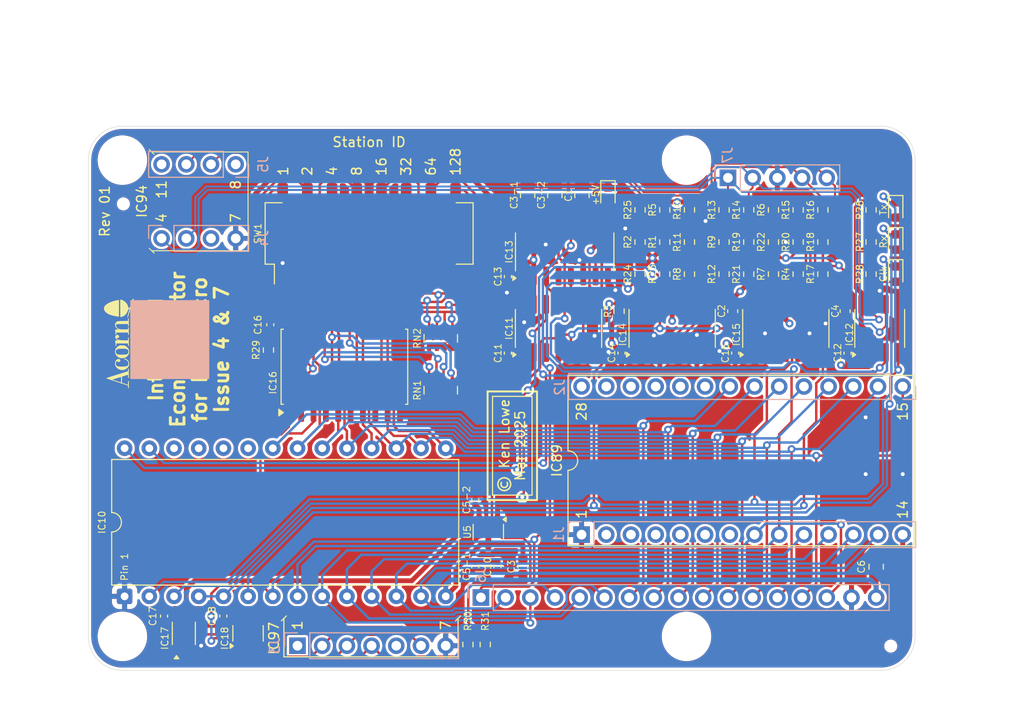
<source format=kicad_pcb>
(kicad_pcb (version 20241229) (generator "pcbnew") (generator_version "9.0")
  (title_block (title "Integrated Econet Adaptor for Model B - Issue 4 & 7") (date "2025-03-21") (rev "01") (company "Ken Lowe") (comment 1 "Rev 01: First revision"))
  (layers (0 "F.Cu" signal) (4 "In1.Cu" power) (6 "In2.Cu" power) (2 "B.Cu" signal) (13 "F.Paste" user) (15 "B.Paste" user) (5 "F.SilkS" user "F.Silkscreen") (7 "B.SilkS" user "B.Silkscreen") (1 "F.Mask" user) (3 "B.Mask" user) (25 "Edge.Cuts" user))
  (net 0 "")
  (net 1 "GND")
  (net 2 "/Data-")
  (net 3 "/Data+")
  (net 4 "+5V")
  (net 5 "/Clk-")
  (net 6 "/Clk+")
  (net 7 "Net-(C2-Pad2)")
  (net 8 "Net-(IC13B-RCext)")
  (net 9 "Net-(C4-Pad1)")
  (net 10 "Net-(IC13A-RCext)")
  (net 11 "Net-(IC10-~{RTS})")
  (net 13 "Net-(IC10-Rx_CLK)")
  (net 18 "Net-(IC10-~{CTS})")
  (net 19 "Net-(IC13B-Q)")
  (net 20 "/ADLC_A0")
  (net 21 "/ADLC_A1")
  (net 22 "/ADLC_Clock")
  (net 23 "/ADLC_D7")
  (net 24 "/ADLC_D6")
  (net 25 "/ADLC_D5")
  (net 26 "/ADLC_D4")
  (net 27 "/ADLC_D3")
  (net 28 "/ADLC_D2")
  (net 29 "/ADLC_D1")
  (net 30 "/ADLC_D0")
  (net 31 "Net-(IC13A-Clr)")
  (net 32 "Net-(LED1-A)")
  (net 33 "Net-(IC11-Pad6)")
  (net 37 "Net-(IC14A-+)")
  (net 38 "Net-(IC14A--)")
  (net 39 "Net-(IC14B--)")
  (net 44 "Net-(IC15A-+)")
  (net 45 "Net-(IC15A--)")
  (net 46 "Net-(IC15B-+)")
  (net 47 "Net-(IC15B--)")
  (net 52 "Net-(LED2-A)")
  (net 53 "Net-(LED3-A)")
  (net 54 "Net-(LED4-A)")
  (net 68 "/NMI")
  (net 69 "/Phi1")
  (net 73 "Net-(IC17-Q)")
  (net 75 "/SW_D3")
  (net 76 "/SW_D0")
  (net 77 "/SW_D1")
  (net 78 "/SW_D2")
  (net 79 "/SW_D5")
  (net 80 "/SW_D7")
  (net 81 "/SW_D4")
  (net 82 "/SW_D6")
  (net 83 "+3.3V")
  (net 84 "/EconetModule/Rx_Data")
  (net 85 "/EconetModule/Tx_Data")
  (net 86 "/EconetModule/Econet_Clk")
  (net 87 "/EconetModule/Data_En")
  (net 88 "/ADLC_R~{W}")
  (net 89 "/ADLC_~{RST}")
  (net 90 "/ADLC_~{IRQ}")
  (net 91 "/ADLC_~{CS}")
  (net 92 "/~{StatID}")
  (net 93 "/~{INTON}")
  (footprint "Capacitor_SMD:C_0402_1005Metric" (layer "F.Cu") (at 164.292857 88.913621 -90)
    (property "Reference" "C15")
    (property "Value" "100nF")
  )
  (footprint "Resistor_SMD:R_0603_1608Metric" (layer "F.Cu") (at 154.513857 74.181621 -90)
    (property "Reference" "R25")
    (property "Value" "2K2")
  )
  (footprint "Resistor_SMD:R_0603_1608Metric" (layer "F.Cu") (at 165.689857 74.181621 -90)
    (property "Reference" "R14")
    (property "Value" "100K")
  )
  (footprint "Resistor_SMD:R_0603_1608Metric" (layer "F.Cu") (at 173.309857 80.785621 -90)
    (property "Reference" "R17")
    (property "Value" "10K")
  )
  (footprint "Package_SO:SO-14_3.9x8.65mm_P1.27mm" (layer "F.Cu") (at 146.131857 86.373621 90)
    (property "Reference" "IC11")
    (property "Value" "74HCT132D")
  )
  (footprint "Capacitor_SMD:C_0805_2012Metric" (layer "F.Cu") (at 145.750857 72.657621 90)
    (property "Reference" "C3-2")
    (property "Value" "22uF")
  )
  (footprint "Capacitor_SMD:C_0402_1005Metric" (layer "F.Cu") (at 152.608857 88.913621 -90)
    (property "Reference" "C14")
    (property "Value" "100nF")
  )
  (footprint "Resistor_SMD:R_0603_1608Metric" (layer "F.Cu") (at 159.593857 80.785621 -90)
    (property "Reference" "R8")
    (property "Value" "56K")
  )
  (footprint "Capacitor_SMD:C_0402_1005Metric" (layer "F.Cu") (at 116.496857 85.999621 -90)
    (property "Reference" "C16")
    (property "Value" "100nF")
  )
  (footprint "Resistor_SMD:R_0603_1608Metric" (layer "F.Cu") (at 170.769857 80.785621 90)
    (property "Reference" "R4")
    (property "Value" "1K0")
  )
  (footprint "Resistor_SMD:R_0603_1608Metric" (layer "F.Cu") (at 165.689857 77.483621 90)
    (property "Reference" "R19")
    (property "Value" "10K")
  )
  (footprint "Capacitor_SMD:C_0402_1005Metric" (layer "F.Cu") (at 140.924857 81.039621 -90)
    (property "Reference" "C13")
    (property "Value" "100nF")
  )
  (footprint "Package_SO:SOIC-20W_7.5x12.8mm_P1.27mm" (layer "F.Cu") (at 124.116857 90.317621 90)
    (property "Reference" "IC16")
    (property "Value" "74HCT240")
  )
  (footprint "Package_DIP:DIP-28_W15.24mm" (layer "F.Cu") (at 101.518861 113.939621 90)
    (property "Reference" "IC10")
    (property "Value" "68B54")
  )
  (footprint "Resistor_SMD:R_0603_1608Metric" (layer "F.Cu") (at 165.689857 80.785621 90)
    (property "Reference" "R21")
    (property "Value" "1K5")
  )
  (footprint "Capacitor_SMD:C_0402_1005Metric" (layer "F.Cu") (at 105.574857 115.971621 90)
    (property "Reference" "C17")
    (property "Value" "100nF")
  )
  (footprint "Resistor_SMD:R_0603_1608Metric" (layer "F.Cu") (at 159.593857 77.483621 90)
    (property "Reference" "R11")
    (property "Value" "56K")
  )
  (footprint "Resistor_SMD:R_0603_1608Metric" (layer "F.Cu") (at 168.229857 77.483621 90)
    (property "Reference" "R22")
    (property "Value" "1K0")
  )
  (footprint "Capacitor_SMD:C_0402_1005Metric" (layer "F.Cu") (at 137.568857 110.891621 -90)
    (property "Reference" "C5-1")
    (property "Value" "1uF")
  )
  (footprint "Capacitor_SMD:C_0402_1005Metric" (layer "F.Cu") (at 175.849857 88.913621 90)
    (property "Reference" "C12")
    (property "Value" "100nF")
  )
  (footprint "Capacitor_SMD:C_0402_1005Metric" (layer "F.Cu") (at 111.670857 115.971621 90)
    (property "Reference" "C18")
    (property "Value" "100nF")
  )
  (footprint "Resistor_SMD:R_0603_1608Metric" (layer "F.Cu") (at 163.149857 80.785621 90)
    (property "Reference" "R12")
    (property "Value" "56K")
  )
  (footprint "Resistor_SMD:R_0603_1608Metric" (layer "F.Cu") (at 154.513857 77.483621 90)
    (property "Reference" "R2")
    (property "Value" "39K")
  )
  (footprint "Resistor_SMD:R_0603_1608Metric" (layer "F.Cu") (at 163.149857 77.483621 -90)
    (property "Reference" "R9")
    (property "Value" "56K")
  )
  (footprint "Capacitor_SMD:C_0402_1005Metric" (layer "F.Cu") (at 139.854857 110.891621 -90)
    (property "Reference" "C10")
    (property "Value" "100nF")
  )
  (footprint "Resistor_SMD:R_0603_1608Metric" (layer "F.Cu") (at 178.262857 74.181621 -90)
    (property "Reference" "R26")
    (property "Value" "470R")
  )
  (footprint "Capacitor_SMD:C_0805_2012Metric" (layer "F.Cu") (at 148.544857 72.657621 -90)
    (property "Reference" "C1")
    (property "Value" "2n2")
  )
  (footprint "Resistor_SMD:R_0603_1608Metric" (layer "F.Cu") (at 154.513857 80.785621 -90)
    (property "Reference" "R24")
    (property "Value" "4K7")
  )
  (footprint "Package_SO:SOIC-14_3.9x8.7mm_P1.27mm" (layer "F.Cu") (at 157.815857 86.373621 90)
    (property "Reference" "IC14")
    (property "Value" "LM319DT")
  )
  (footprint "LED_SMD:LED_0603_1608Metric" (layer "F.Cu") (at 180.802857 80.785621 -90)
    (property "Reference" "LED4" (hide yes))
    (property "Value" "Blue")
  )
  (footprint "Package_TO_SOT_SMD:SOT-23-5" (layer "F.Cu") (at 114.210857 117.749621 90)
    (property "Reference" "IC18")
    (property "Value" "74LVC1G02")
  )
  (footprint "Econet:Acorn Logo" (layer "F.Cu") (at 101.002857 87.777621 90)
    (property "Reference" "G***" (hide yes))
    (property "Value" "LOGO" (hide yes))
  )
  (footprint "Resistor_SMD:R_0603_1608Metric" (layer "F.Cu") (at 163.149857 74.181621 -90)
    (property "Reference" "R13")
    (property "Value" "100K")
  )
  (footprint "Capacitor_SMD:C_0402_1005Metric" (layer "F.Cu") (at 140.924857 88.913621 -90)
    (property "Reference" "C11")
    (property "Value" "100nF")
  )
  (footprint "Capacitor_SMD:C_0805_2012Metric" (layer "F.Cu") (at 142.956857 72.657621 90)
    (property "Reference" "C3-1")
    (property "Value" "22uF")
  )
  (footprint "Resistor_SMD:R_0603_1608Metric" (layer "F.Cu") (at 178.262857 77.483621 90)
    (property "Reference" "R27")
    (property "Value" "1K0")
  )
  (footprint "Econet:ToolingHole 1.152mm" (layer "F.Cu") (at 101.391861 73.561625)
    (property "Reference" "H6" (hide yes))
    (property "Value" "ToolingHole")
  )
  (footprint "Package_SO:SOIC-16_3.9x9.9mm_P1.27mm" (layer "F.Cu") (at 146.766857 78.499621 90)
    (property "Reference" "IC13")
    (property "Value" "74LS123")
  )
  (footprint "Package_TO_SOT_SMD:SOT-23-3" (layer "F.Cu") (at 138.912857 107.328621 -90)
    (property "Reference" "U5")
    (property "Value" "XC6206P332MR")
  )
  (footprint "Capacitor_SMD:C_0603_1608Metric" (layer "F.Cu") (at 164.038857 84.595621 -90)
    (property "Reference" "C2")
    (property "Value" "10nF")
  )
  (footprint "Resistor_SMD:R_Array_Concave_4x0603" (layer "F.Cu") (at 134.022857 87.396621 -90)
    (property "Reference" "RN2")
    (property "Value" "22K")
  )
  (footprint "LED_SMD:LED_0603_1608Metric" (layer "F.Cu") (at 180.802857 77.483621 -90)
    (property "Reference" "LED3" (hide yes))
    (property "Value" "Green")
  )
  (footprint "Resistor_SMD:R_0603_1608Metric" (layer "F.Cu") (at 173.309857 77.483621 90)
    (property "Reference" "R18")
    (property "Value" "10K")
  )
  (footprint "Package_SO:SOIC-14_3.9x8.7mm_P1.27mm" (layer "F.Cu") (at 169.499857 86.373621 90)
    (property "Reference" "IC15")
    (property "Value" "LM319DT")
  )
  (footprint "LED_SMD:LED_0603_1608Metric" (layer "F.Cu") (at 151.211857 72.657621 -90)
    (property "Reference" "LED1" (hide yes))
    (property "Value" "Green")
  )
  (footprint "Econet:ToolingHole 1.152mm" (layer "F.Cu") (at 180.2909 119.059621)
    (property "Reference" "H5" (hide yes))
    (property "Value" "ToolingHole")
  )
  (footprint "Package_SO:SOIC-8_3.9x4.9mm_P1.27mm" (layer "F.Cu") (at 179.151857 86.373621 90)
    (property "Reference" "IC12")
    (property "Value" "SP485REN-L")
  )
  (footprint "Resistor_SMD:R_0603_1608Metric" (layer "F.Cu") (at 138.594857 118.892621 90)
    (property "Reference" "R31")
    (property "Value" "100K")
  )
  (footprint "Capacitor_SMD:C_0402_1005Metric" (layer "F.Cu") (at 137.568857 104.026621 90)
    (property "Reference" "C5-2")
    (property "Value" "1uF")
  )
  (footprint "Resistor_SMD:R_0603_1608Metric" (layer "F.Cu") (at 157.053857 77.483621 90)
    (property "Reference" "R1")
    (property "Value" "1K0")
  )
  (footprint "Resistor_SMD:R_0603_1608Metric" (layer "F.Cu") (at 159.593857 74.181621 90)
    (property "Reference" "R10")
    (property "Value" "1M5")
  )
  (footprint "Resistor_SMD:R_0603_1608Metric" (layer "F.Cu") (at 157.053857 74.181621 90)
    (property "Reference" "R5")
    (property "Value" "220K")
  )
  (footprint "Resistor_SMD:R_0603_1608Metric" (layer "F.Cu") (at 116.306857 88.596621 -90)
    (property "Reference" "R29")
    (property "Value" "100K")
  )
  (footprint "Resistor_SMD:R_0603_1608Metric" (layer "F.Cu") (at 173.309857 74.181621 -90)
    (property "Reference" "R16")
    (property "Value" "100K")
  )
  (footprint "Resistor_SMD:R_0603_1608Metric" (layer "F.Cu") (at 170.769857 77.483621 90)
    (property "Reference" "R20")
    (property "Value" "10K")
  )
  (footprint "Resistor_SMD:R_0603_1608Metric" (layer "F.Cu") (at 157.053857 80.785621 -90)
    (property "Reference" "R23")
    (property "Value" "4K7")
  )
  (footprint "Capacitor_SMD:C_0603_1608Metric" (layer "F.Cu") (at 142.468857 110.884621 90)
    (property "Reference" "C3")
    (property "Value" "10uF")
  )
  (footprint "Capacitor_SMD:C_0603_1608Metric" (layer "F.Cu") (at 175.595857 84.595621 -90)
    (property "Reference" "C4")
    (property "Value" "10uF")
  )
  (footprint "Resistor_SMD:R_0603_1608Metric" (layer "F.Cu") (at 178.262857 80.785621 -90)
    (property "Reference" "R28")
    (property "Value" "220R")
  )
  (footprint "Capacitor_SMD:C_0805_2012Metric" (layer "F.Cu") (at 178.790857 110.891621 90)
    (property "Reference" "C6")
    (property "Value" "47uF")
  )
  (footprint "Resistor_SMD:R_Array_Concave_4x0603" (layer "F.Cu") (at 134.022857 92.730621 -90)
    (property "Reference" "RN1")
    (property "Value" "22K")
  )
  (footprint "Package_SO:VSSOP-8_2.3x2mm_P0.5mm" (layer "F.Cu") (at 107.606857 117.749621 90)
    (property "Reference" "IC17")
    (property "Value" "74LVC2G74")
  )
  (footprint "LED_SMD:LED_0603_1608Metric" (layer "F.Cu") (at 180.802857 74.181621 -90)
    (property "Reference" "LED2" (hide yes))
    (property "Value" "Red")
  )
  (footprint "Resistor_SMD:R_0603_1608Metric" (layer "F.Cu") (at 136.816857 118.892621 90)
    (property "Reference" "R30")
    (property "Value" "100K")
  )
  (footprint "Resistor_SMD:R_0603_1608Metric" (layer "F.Cu") (at 170.769857 74.181621 -90)
    (property "Reference" "R15")
    (property "Value" "100K")
  )
  (footprint "Button_Switch_SMD:SW_DIP_SPSTx08_Slide_Omron_A6S-810x_W8.9mm_P2.54mm" (layer "F.Cu") (at 126.656857 76.601621 90)
    (property "Reference" "SW1")
    (property "Value" "SW_DIP_x08")
  )
  (footprint "Resistor_SMD:R_0603_1608Metric" (layer "F.Cu") (at 152.354857 84.595621 90)
    (property "Reference" "R3")
    (property "Value" "1K0")
  )
  (footprint "Resistor_SMD:R_0603_1608Metric" (layer "F.Cu") (at 168.229857 80.785621 -90)
    (property "Reference" "R7")
    (property "Value" "1M5")
  )
  (footprint "Resistor_SMD:R_0603_1608Metric" (layer "F.Cu") (at 168.229857 74.181621 -90)
    (property "Reference" "R6")
    (property "Value" "1M5")
  )
  (footprint "Connector_PinHeader_2.54mm:PinHeader_1x07_P2.54mm_Vertical" (layer "B.Cu") (at 119.290857 119.019621 -90)
    (property "Reference" "J3")
    (property "Value" "Conn_01x07")
  )
  (footprint "Connector_PinHeader_2.54mm:PinHeader_1x14_P2.54mm_Vertical" (layer "B.Cu") (at 148.500857 107.589621 -90)
    (property "Reference" "J1")
    (property "Value" "Conn_01x14")
  )
  (footprint "Connector_PinHeader_2.54mm:PinHeader_1x04_P2.54mm_Vertical" (layer "B.Cu") (at 112.940857 69.489621 90)
    (property "Reference" "J5")
    (property "Value" "Conn_01x04")
  )
  (footprint "MountingHole:MountingHole_2.7mm" (layer "B.Cu") (at 101.2909 118.0596 -90)
    (property "Reference" "H1" (hide yes))
    (property "Value" "MountingHole")
  )
  (footprint "Connector_PinHeader_2.54mm:PinHeader_1x17_P2.54mm_Vertical" (layer "B.Cu") (at 138.150857 114.059621 -90)
    (property "Reference" "J6")
    (property "Value" "Conn_01x17")
  )
  (footprint "MountingHole:MountingHole_2.7mm" (layer "B.Cu") (at 159.290857 69.059621)
    (property "Reference" "H3" (hide yes))
    (property "Value" "MountingHole")
  )
  (footprint "MountingHole:MountingHole_2.7mm" (layer "B.Cu") (at 101.29079 69.05956)
    (property "Reference" "H2" (hide yes))
    (property "Value" "MountingHole")
  )
  (footprint "Connector_PinHeader_2.54mm:PinHeader_1x04_P2.54mm_Vertical" (layer "B.Cu") (at 105.320857 77.109621 -90)
    (property "Reference" "J4")
    (property "Value" "Conn_01x04")
  )
  (footprint "MountingHole:MountingHole_2.7mm" (layer "B.Cu") (at 159.290857 118.059621)
    (property "Reference" "H4" (hide yes))
    (property "Value" "MountingHole")
  )
  (footprint "Connector_PinHeader_2.54mm:PinHeader_1x14_P2.54mm_Vertical" (layer "B.Cu") (at 181.520857 92.349621 90)
    (property "Reference" "J2")
    (property "Value" "Conn_01x14")
  )
  (footprint "Connector_PinHeader_2.54mm:PinHeader_1x05_P2.54mm_Vertical" (layer "B.Cu") (at 163.550857 70.879621 -90)
    (property "Reference" "J7")
    (property "Value" "Conn_01x05")
  )
  (gr_line (start 143.918857 92.857621) (end 143.918857 104.033621) (stroke (width 0.2)) (layer "F.SilkS"))
  (gr_line (start 147.103857 108.732621) (end 147.103857 100.969621) (stroke (width 0.12)) (layer "F.SilkS"))
  (gr_line (start 114.210857 78.379621) (end 114.210857 68.219621) (stroke (width 0.1)) (layer "F.SilkS"))
  (gr_line (start 139.346857 103.525621) (end 143.410857 103.525621) (stroke (width 0.12)) (layer "F.SilkS"))
  (gr_line (start 135.800857 120.162621) (end 135.800857 116.209621) (stroke (width 0.12)) (layer "F.SilkS"))
  (gr_line (start 104.558857 78.633621) (end 104.050857 78.125621) (stroke (width 0.1)) (layer "F.SilkS"))
  (gr_line (start 147.103857 98.969621) (end 147.103857 91.206621) (stroke (width 0.12)) (layer "F.SilkS"))
  (gr_line (start 182.663857 108.732621) (end 147.103857 108.732621) (stroke (width 0.12)) (layer "F.SilkS"))
  (gr_line (start 182.663857 108.732621) (end 182.663857 91.206621) (stroke (width 0.12)) (layer "F.SilkS"))
  (gr_line (start 104.558857 68.473621) (end 104.050857 67.965621) (stroke (width 0.1)) (layer "F.SilkS"))
  (gr_arc (start 147.103857 98.969621) (mid 148.103874 99.9696) (end 147.103857 100.969621) (stroke (width 0.12)) (layer "F.SilkS"))
  (gr_line (start 143.410857 103.525621) (end 143.410857 93.365621) (stroke (width 0.12)) (layer "F.SilkS"))
  (gr_line (start 117.639857 116.463621) (end 118.147857 115.955621) (stroke (width 0.12)) (layer "F.SilkS"))
  (gr_line (start 135.546857 116.463621) (end 136.054857 115.955621) (stroke (width 0.12)) (layer "F.SilkS"))
  (gr_line (start 117.893857 120.162621) (end 135.800857 120.162621) (stroke (width 0.12)) (layer "F.SilkS"))
  (gr_line (start 139.346857 93.365621) (end 139.346857 103.525621) (stroke (width 0.12)) (layer "F.SilkS"))
  (gr_line (start 138.838857 104.033621) (end 138.838857 92.857621) (stroke (width 0.2)) (layer "F.SilkS"))
  (gr_line (start 138.838857 92.857621) (end 143.918857 92.857621) (stroke (width 0.2)) (layer "F.SilkS"))
  (gr_line (start 143.918857 104.033621) (end 138.838857 104.033621) (stroke (width 0.2)) (layer "F.SilkS"))
  (gr_line (start 182.663857 91.206621) (end 147.103857 91.206621) (stroke (width 0.12)) (layer "F.SilkS"))
  (gr_line (start 114.210857 68.219621) (end 104.304857 68.219621) (stroke (width 0.1)) (layer "F.SilkS"))
  (gr_line (start 114.210857 78.379621) (end 104.304857 78.379621) (stroke (width 0.1)) (layer "F.SilkS"))
  (gr_line (start 143.410857 93.365621) (end 139.346857 93.365621) (stroke (width 0.12)) (layer "F.SilkS"))
  (gr_line (start 117.893857 120.162621) (end 117.893857 116.209621) (stroke (width 0.12)) (layer "F.SilkS"))
  (gr_rect (start 102.162762 83.522621) (end 110.162762 91.522621) (stroke (width 0.12)) (fill yes) (layer "B.SilkS"))
  (gr_line (start 182.790857 118.059621) (end 182.790857 69.059621) (stroke (width 0.05)) (layer "Edge.Cuts"))
  (gr_arc (start 97.790857 69.059621) (mid 98.815974 66.58472) (end 101.290857 65.559621) (stroke (width 0.05)) (layer "Edge.Cuts"))
  (gr_line (start 101.290857 121.559621) (end 179.290857 121.559621) (stroke (width 0.05)) (layer "Edge.Cuts"))
  (gr_arc (start 101.290857 121.559621) (mid 98.816 120.534483) (end 97.790857 118.059621) (stroke (width 0.05)) (layer "Edge.Cuts"))
  (gr_line (start 179.290857 65.559621) (end 101.290857 65.559621) (stroke (width 0.05)) (layer "Edge.Cuts"))
  (gr_arc (start 179.290857 65.559621) (mid 181.765748 66.584735) (end 182.790857 69.059621) (stroke (width 0.05)) (layer "Edge.Cuts"))
  (gr_line (start 97.790857 69.059621) (end 97.790857 118.059621) (stroke (width 0.05)) (layer "Edge.Cuts"))
  (gr_arc (start 182.790857 118.059621) (mid 181.765721 120.534468) (end 179.290857 121.559621) (stroke (width 0.05)) (layer "Edge.Cuts"))
  (gr_text "IC89" (at 145.960857 99.969621 90) (layer "F.SilkS") (effects (font (size 1 1))))
  (gr_text "Integrated\nEconet Adaptor\nfor BBC Micro\nIssue 4 & 7" (at 108.114857 88.539621 90) (layer "F.SilkS") (effects (font (size 1.4 1.4) (thickness 0.3) (bold yes))))
  (gr_text "16" (at 127.926857 70.759621 90) (layer "F.SilkS") (effects (font (size 1 1)) (justify left)))
  (gr_text "8" (at 112.940857 71.013621 90) (layer "F.SilkS") (effects (font (size 1 1)) (justify right)))
  (gr_text "+5V" (at 149.941857 72.657621 90) (layer "F.SilkS") (effects (font (size 0.7 0.7) (thickness 0.1))))
  (gr_text "11" (at 105.320857 71.013621 90) (layer "F.SilkS") (effects (font (size 1 1)) (justify right)))
  (gr_text "28" (at 148.500857 93.873621 90) (layer "F.SilkS") (effects (font (size 1 1)) (justify right)))
  (gr_text "8" (at 125.386857 70.759621 90) (layer "F.SilkS") (effects (font (size 1 1)) (justify left)))
  (gr_text "7" (at 134.530857 117.495621 90) (layer "F.SilkS") (effects (font (size 1 1)) (justify left)))
  (gr_text "15" (at 181.520857 93.873621 90) (layer "F.SilkS") (effects (font (size 1 1)) (justify right)))
  (gr_text "Station ID" (at 126.656857 67.203621 0) (layer "F.SilkS") (effects (font (size 1 1))))
  (gr_text "64" (at 133.006857 70.759621 90) (layer "F.SilkS") (effects (font (size 1 1)) (justify left)))
  (gr_text "Clk" (at 179.532857 80.785621 90) (layer "F.SilkS") (effects (font (size 0.7 0.7) (thickness 0.1))))
  (gr_text "4" (at 105.320857 75.585621 90) (layer "F.SilkS") (effects (font (size 1 1)) (justify left)))
  (gr_text "Rev 01" (at 99.478857 74.315621 90) (layer "F.SilkS") (effects (font (size 1 1))))
  (gr_text "14" (at 181.520857 106.065621 90) (layer "F.SilkS") (effects (font (size 1 1)) (justify left)))
  (gr_text "IC97" (at 116.872762 118.257621 90) (layer "F.SilkS") (effects (font (size 1 1))))
  (gr_text "32" (at 130.466857 70.759621 90) (layer "F.SilkS") (effects (font (size 1 1)) (justify left)))
  (gr_text "128" (at 135.546857 70.759621 90) (layer "F.SilkS") (effects (font (size 1 1)) (justify left)))
  (gr_text "Pin 1" (at 101.510857 112.415621 90) (layer "F.SilkS") (effects (font (size 0.7 0.7) (thickness 0.1)) (justify left)))
  (gr_text "7" (at 112.940857 75.585621 90) (layer "F.SilkS") (effects (font (size 1 1)) (justify left)))
  (gr_text "2" (at 120.306857 70.759621 90) (layer "F.SilkS") (effects (font (size 1 1)) (justify left)))
  (gr_text "1" (at 119.290857 117.495621 90) (layer "F.SilkS") (effects (font (size 1 1)) (justify left)))
  (gr_text "© Ken Lowe\nMar 2025" (at 141.378857 98.445621 90) (layer "F.SilkS") (effects (font (size 1 1))))
  (gr_text "IC94" (at 103.288857 73.299621 90) (layer "F.SilkS") (effects (font (size 1 1))))
  (gr_text "Tx" (at 179.532857 74.181621 90) (layer "F.SilkS") (effects (font (size 0.7 0.7) (thickness 0.1))))
  (gr_text "1" (at 117.830857 70.759621 90) (layer "F.SilkS") (effects (font (size 1 1)) (justify left)))
  (gr_text "4" (at 122.846857 70.759621 90) (layer "F.SilkS") (effects (font (size 1 1)) (justify left)))
  (gr_text "1" (at 148.500857 106.065621 90) (layer "F.SilkS") (effects (font (size 1 1)) (justify left)))
  (gr_text "Rx" (at 179.532857 77.483621 90) (layer "F.SilkS") (effects (font (size 0.7 0.7) (thickness 0.1))))
  (segment (start 137.114865 111.371621) (end 136.316861 112.169625) (width 0.25) (layer "F.Cu") (net 1))
  (segment (start 168.229857 87.750621) (end 167.360857 86.881621) (width 0.5) (layer "F.Cu") (net 1))
  (segment (start 172.039857 88.848621) (end 172.039857 89.675621) (width 0.5) (layer "F.Cu") (net 1))
  (segment (start 173.309857 85.585621) (end 173.589857 85.865621) (width 0.5) (layer "F.Cu") (net 1))
  (segment (start 141.097857 69.848621) (end 142.956857 71.707621) (width 0.5) (layer "F.Cu") (net 1))
  (segment (start 180.251541 82.535621) (end 180.945857 82.535621) (width 0.5) (layer "F.Cu") (net 1))
  (segment (start 140.924857 94.337621) (end 140.924857 91.326621) (width 0.5) (layer "F.Cu") (net 1))
  (segment (start 117.766857 79.649621) (end 117.766857 81.051621) (width 0.5) (layer "F.Cu") (net 1))
  (segment (start 116.010857 69.848621) (end 141.097857 69.848621) (width 0.5) (layer "F.Cu") (net 1))
  (segment (start 145.750857 71.707621) (end 148.544857 71.707621) (width 0.5) (layer "F.Cu") (net 1))
  (segment (start 156.545857 87.7127) (end 155.930778 87.097621) (width 0.5) (layer "F.Cu") (net 1))
  (segment (start 105.320857 114.447621) (end 105.320857 111.145621) (width 0.25) (layer "F.Cu") (net 1))
  (segment (start 163.374463 89.393621) (end 162.678463 88.697621) (width 0.5) (layer "F.Cu") (net 1))
  (segment (start 141.648857 111.659621) (end 141.360857 111.371621) (width 0.25) (layer "F.Cu") (net 1))
  (segment (start 179.241243 82.408621) (end 179.151532 82.498332) (width 0.5) (layer "F.Cu") (net 1))
  (segment (start 149.941857 88.848621) (end 149.941857 87.242621) (width 0.5) (layer "F.Cu") (net 1))
  (segment (start 144.861857 76.024621) (end 144.861857 77.689621) (width 0.5) (layer "F.Cu") (net 1))
  (segment (start 173.589857 85.865621) (end 174.097857 85.865621) (width 0.5) (layer "F.Cu") (net 1))
  (segment (start 139.994857 95.267621) (end 140.924857 94.337621) (width 0.5) (layer "F.Cu") (net 1))
  (segment (start 139.854857 111.371621) (end 137.568857 111.371621) (width 0.25) (layer "F.Cu") (net 1))
  (segment (start 142.526319 91.315613) (end 140.935865 91.315613) (width 0.5) (layer "F.Cu") (net 1))
  (segment (start 176.812857 109.941621) (end 178.790857 109.941621) (width 0.5) (layer "F.Cu") (net 1))
  (segment (start 141.776857 81.519621) (end 142.321857 80.974621) (width 0.5) (layer "F.Cu") (net 1))
  (segment (start 140.797857 81.519621) (end 140.797857 82.664621) (width 0.5) (layer "F.Cu") (net 1))
  (segment (start 133.268861 115.498621) (end 133.268861 112.331005) (width 0.25) (layer "F.Cu") (net 1))
  (segment (start 133.268861 115.498621) (end 133.549857 115.498621) (width 0.5) (layer "F.Cu") (net 1))
  (segment (start 138.760857 106.839009) (end 138.760857 103.955621) (width 0.25) (layer "F.Cu") (net 1))
  (segment (start 142.321857 88.848621) (end 142.321857 86.018621) (width 0.5) (layer "F.Cu") (net 1))
  (segment (start 139.862857 106.191121) (end 139.862857 95.399621) (width 0.5) (layer "F.Cu") (net 1))
  (segment (start 152.608857 89.393621) (end 151.871405 89.393621) (width 0.5) (layer "F.Cu") (net 1))
  (segment (start 161.625857 85.215575) (end 160.355857 86.485575) (width 0.5) (layer "F.Cu") (net 1))
  (segment (start 164.292857 89.393621) (end 163.374463 89.393621) (width 0.5) (layer "F.Cu") (net 1))
  (segment (start 133.261861 115.491621) (end 133.268861 115.498621) (width 0.5) (layer "F.Cu") (net 1))
  (segment (start 105.574857 115.491621) (end 105.574857 114.701621) (width 0.25) (layer "F.Cu") (net 1))
  (segment (start 114.210857 115.491621) (end 133.261861 115.491621) (width 0.5) (layer "F.Cu") (net 1))
  (segment (start 134.530857 117.376625) (end 134.530857 119.019621) (width 0.5) (layer "F.Cu") (net 1))
  (segment (start 105.320857 111.145621) (end 102.145857 111.145621) (width 0.25) (layer "F.Cu") (net 1))
  (segment (start 136.054857 103.906621) (end 136.054857 105.684621) (width 0.25) (layer "F.Cu") (net 1))
  (segment (start 109.384857 119.019621) (end 108.486857 119.019621) (width 0.5) (layer "F.Cu") (net 1))
  (segment (start 142.956857 71.707621) (end 145.750857 71.707621) (width 0.5) (layer "F.Cu") (net 1))
  (segment (start 172.039857 86.982621) (end 171.938857 86.881621) (width 0.5) (layer "F.Cu") (net 1))
  (segment (start 138.594857 118.067621) (end 136.816857 118.067621) (width 0.25) (layer "F.Cu") (net 1))
  (segment (start 134.530857 115.987629) (end 134.530857 116.479621) (width 0.25) (layer "F.Cu") (net 1))
  (segment (start 149.941857 87.242621) (end 149.834857 87.135621) (width 0.5) (layer "F.Cu") (net 1))
  (segment (start 175.849857 88.433621) (end 175.849857 87.617621) (width 0.5) (layer "F.Cu") (net 1))
  (segment (start 133.268861 112.331005) (end 138.760857 106.839009) (width 0.25) (layer "F.Cu") (net 1))
  (segment (start 143.591857 90.250075) (end 142.526319 91.315613) (width 0.5) (layer "F.Cu") (net 1))
  (segment (start 130.593857 111.145621) (end 105.320857 111.145621) (width 0.25) (layer "F.Cu") (net 1))
  (segment (start 115.160857 118.887121) (end 115.160857 118.128721) (width 0.5) (layer "F.Cu") (net 1))
  (segment (start 143.591857 88.848621) (end 143.591857 90.250075) (width 0.5) (layer "F.Cu") (net 1))
  (segment (start 112.940857 77.109621) (end 112.940857 83.332621) (width 0.5) (layer "F.Cu") (net 1))
  (segment (start 108.432857 119.073621) (end 108.432857 119.149621) (width 0.5) (layer "F.Cu") (net 1))
  (segment (start 137.568857 103.546621) (end 136.414857 103.546621) (width 0.25) (layer "F.Cu") (net 1))
  (segment (start 174.097857 85.865621) (end 175.595857 87.363621) (width 0.5) (layer "F.Cu") (net 1))
  (segment (start 141.360857 111.371621) (end 139.854857 111.371621) (width 0.25) (layer "F.Cu") (net 1))
  (segment (start 180.124541 82.408621) (end 179.241243 82.408621) (width 0.5) (layer "F.Cu") (net 1))
  (segment (start 161.625857 83.898621) (end 161.625857 85.215575) (width 0.5) (layer "F.Cu") (net 1))
  (segment (start 138.351857 103.546621) (end 137.568857 103.546621) (width 0.25) (layer "F.Cu") (net 1))
  (segment (start 151.871405 89.393621) (end 151.268217 88.790433) (width 0.5) (layer "F.Cu") (net 1))
  (segment (start 135.546857 81.051621) (end 117.766857 81.051621) (width 0.5) (layer "F.Cu") (net 1))
  (segment (start 144.861857 77.689621) (end 144.813857 77.737621) (width 0.5) (layer "F.Cu") (net 1))
  (segment (start 181.056857 83.898621) (end 181.056857 82.646621) (width 0.5) (layer "F.Cu") (net 1))
  (segment (start 116.087857 86.479621) (end 116.496857 86.479621) (width 0.5) (layer "F.Cu") (net 1))
  (segment (start 115.160857 118.128721) (end 114.210857 117.178721) (width 0.5) (layer "F.Cu") (net 1))
  (segment (start 169.499857 77.483621) (end 169.054857 77.483621) (width 0.5) (layer "F.Cu") (net 1))
  (segment (start 140.797857 89.393621) (end 141.776857 89.393621) (width 0.5) (layer "F.Cu") (net 1))
  (segment (start 176.250857 110.503621) (end 176.812857 109.941621) (width 0.5) (layer "F.Cu") (net 1))
  (segment (start 102.145857 111.145621) (end 101.518861 111.772617) (width 0.25) (layer "F.Cu") (net 1))
  (segment (start 175.595857 85.370621) (end 175.595857 87.363621) (width 0.5) (layer "F.Cu") (net 1))
  (segment (start 151.211857 81.674621) (end 151.973857 82.436621) (width 0.5) (layer "F.Cu") (net 1))
  (segment (start 173.309857 83.898621) (end 173.309857 85.585621) (width 0.5) (layer "F.Cu") (net 1))
  (segment (start 172.039857 88.848621) (end 172.039857 86.982621) (width 0.5) (layer "F.Cu") (net 1))
  (segment (start 139.862857 95.399621) (end 139.994857 95.267621) (width 0.5) (layer "F.Cu") (net 1))
  (segment (start 109.254857 119.149621) (end 109.384857 119.019621) (width 0.25) (layer "F.Cu") (net 1))
  (segment (start 141.776857 89.393621) (end 142.321857 88.848621) (width 0.5) (layer "F.Cu") (net 1))
  (segment (start 148.544857 71.707621) (end 151.049357 71.707621) (width 0.5) (layer "F.Cu") (net 1))
  (segment (start 136.316861 112.169625) (end 136.316861 114.201625) (width 0.25) (layer "F.Cu") (net 1))
  (segment (start 114.210857 115.491621) (end 111.670857 115.491621) (width 0.5) (layer "F.Cu") (net 1))
  (segment (start 156.545857 88.848621) (end 156.545857 87.7127) (width 0.5) (layer "F.Cu") (net 1))
  (segment (start 101.518861 111.772617) (end 101.518861 113.939621) (width 0.25) (layer "F.Cu") (net 1))
  (segment (start 140.797857 82.664621) (end 140.823857 82.690621) (width 0.5) (layer "F.Cu") (net 1))
  (segment (start 136.316861 114.201625) (end 134.530857 115.987629) (width 0.25) (layer "F.Cu") (net 1))
  (segment (start 136.054857 105.684621) (end 130.593857 111.145621) (width 0.25) (layer "F.Cu") (net 1))
  (segment (start 136.414857 103.546621) (end 136.054857 103.906621) (width 0.25) (layer "F.Cu") (net 1))
  (segment (start 135.046861 117.376625) (end 134.530857 117.376625) (width 0.25) (layer "F.Cu") (net 1))
  (segment (start 140.924857 89.393621) (end 140.924857 91.326621) (width 0.5) (layer "F.Cu") (net 1))
  (segment (start 114.210857 117.178721) (end 114.210857 115.491621) (width 0.5) (layer "F.Cu") (net 1))
  (segment (start 140.797857 81.519621) (end 141.776857 81.519621) (width 0.5) (layer "F.Cu") (net 1))
  (segment (start 142.468857 111.659621) (end 141.648857 111.659621) (width 0.25) (layer "F.Cu") (net 1))
  (segment (start 138.760857 103.955621) (end 138.351857 103.546621) (width 0.25) (layer "F.Cu") (net 1))
  (segment (start 134.530857 116.479621) (end 134.530857 117.376625) (width 0.5) (layer "F.Cu") (net 1))
  (segment (start 129.831857 94.967621) (end 130.131857 95.267621) (width 0.5) (layer "F.Cu") (net 1))
  (segment (start 160.355857 86.485575) (end 160.355857 88.848621) (width 0.5) (layer "F.Cu") (net 1))
  (segment (start 130.131857 95.267621) (end 139.994857 95.267621) (width 0.5) (layer "F.Cu") (net 1))
  (segment (start 133.549857 115.498621) (end 134.530857 116.479621) (width 0.5) (layer "F.Cu") (net 1))
  (segment (start 148.671857 80.974621) (end 148.671857 79.72661) (width 0.5) (layer "F.Cu") (net 1))
  (segment (start 140.935865 91.315613) (end 140.924857 91.326621) (width 0.5) (layer "F.Cu") (net 1))
  (segment (start 108.486857 119.019621) (end 108.432857 119.073621) (width 0.5) (layer "F.Cu") (net 1))
  (segment (start 112.940857 72.918621) (end 116.010857 69.848621) (width 0.5) (layer "F.Cu") (net 1))
  (segment (start 169.054857 77.483621) (end 168.229857 76.658621) (width 0.5) (layer "F.Cu") (net 1))
  (segment (start 112.940857 77.109621) (end 112.940857 72.918621) (width 0.5) (layer "F.Cu") (net 1))
  (segment (start 176.250857 114.059621) (end 176.250857 110.503621) (width 0.5) (layer "F.Cu") (net 1))
  (segment (start 175.595857 87.363621) (end 175.849857 87.617621) (width 0.5) (layer "F.Cu") (net 1))
  (segment (start 135.737857 118.067621) (end 135.046861 117.376625) (width 0.25) (layer "F.Cu") (net 1))
  (segment (start 148.671857 79.72661) (end 148.281857 79.33661) (width 0.5) (layer "F.Cu") (net 1))
  (segment (start 137.568857 111.371621) (end 137.114865 111.371621) (width 0.25) (layer "F.Cu") (net 1))
  (segment (start 105.574857 114.701621) (end 105.320857 114.447621) (width 0.25) (layer "F.Cu") (net 1))
  (segment (start 142.321857 86.018621) (end 142.601857 85.738621) (width 0.5) (layer "F.Cu") (net 1))
  (segment (start 136.816857 118.067621) (end 135.737857 118.067621) (width 0.25) (layer "F.Cu") (net 1))
  (segment (start 181.056857 82.646621) (end 180.945857 82.535621) (width 0.5) (layer "F.Cu") (net 1))
  (segment (start 112.940857 83.332621) (end 116.087857 86.479621) (width 0.5) (layer "F.Cu") (net 1))
  (segment (start 180.124541 82.408621) (end 180.251541 82.535621) (width 0.5) (layer "F.Cu") (net 1))
  (segment (start 168.229857 88.848621) (end 168.229857 87.750621) (width 0.5) (layer "F.Cu") (net 1))
  (via (at 169.499857 77.483621) (size 0.8) (drill 0.4) (layers "F.Cu" "B.Cu") (net 1))
  (via (at 151.973857 82.436621) (size 0.8) (drill 0.4) (layers "F.Cu" "B.Cu") (net 1))
  (via (at 148.281857 79.33661) (size 0.8) (drill 0.4) (layers "F.Cu" "B.Cu") (net 1))
  (via (at 152.989857 76.086621) (size 0.8) (drill 0.4) (layers "F.Cu" "B.Cu") (net 1))
  (via (at 144.813857 77.737621) (size 0.8) (drill 0.4) (layers "F.Cu" "B.Cu") (net 1))
  (via (at 173.589857 85.865621) (size 0.8) (drill 0.4) (layers "F.Cu" "B.Cu") (net 1))
  (via (at 177.710857 101.366621) (size 0.8) (drill 0.4) (layers "F.Cu" "B.Cu") (net 1))
  (via (at 140.823857 82.690621) (size 0.8) (drill 0.4) (layers "F.Cu" "B.Cu") (net 1))
  (via (at 161.244857 75.324621) (size 0.8) (drill 0.4) (layers "F.Cu" "B.Cu") (net 1))
  (via (at 167.360857 86.881621) (size 0.8) (drill 0.4) (layers "F.Cu" "B.Cu") (net 1))
  (via (at 151.268217 88.790433) (size 0.8) (drill 0.4) (layers "F.Cu" "B.Cu") (net 1))
  (via (at 160.355857 87.048621) (size 0.8) (drill 0.4) (layers "F.Cu" "B.Cu") (net 1))
  (via (at 155.930778 87.097621) (size 0.8) (drill 0.4) (layers "F.Cu" "B.Cu") (net 1))
  (via (at 149.834857 87.135621) (size 0.8) (drill 0.4) (layers "F.Cu" "B.Cu") (net 1))
  (via (at 171.938857 86.881621) (size 0.8) (drill 0.4) (layers "F.Cu" "B.Cu") (net 1))
  (via (at 109.384857 119.019621) (size 0.8) (drill 0.4) (layers "F.Cu" "B.Cu") (net 1))
  (via (at 181.520857 101.366621) (size 0.8) (drill 0.4) (layers "F.Cu" "B.Cu") (net 1))
  (via (at 117.766857 79.649621) (size 0.8) (drill 0.4) (layers "F.Cu" "B.Cu") (net 1))
  (via (at 179.151532 82.498332) (size 0.8) (drill 0.4) (layers "F.Cu" "B.Cu") (net 1))
  (via (at 177.710857 95.524621) (size 0.8) (drill 0.4) (layers "F.Cu" "B.Cu") (net 1))
  (via (at 142.601857 85.738621) (size 0.8) (drill 0.4) (layers "F.Cu" "B.Cu") (net 1))
  (via (at 162.678463 88.697621) (size 0.8) (drill 0.4) (layers "F.Cu" "B.Cu") (net 1))
  (segment (start 179.742857 116.479621) (end 180.250857 115.971621) (width 0.25) (layer "B.Cu") (net 1))
  (segment (start 134.538861 117.630625) (end 134.32846 117.420224) (width 0.5) (layer "B.Cu") (net 1))
  (segment (start 134.32846 117.420224) (end 124.567584 117.420224) (width 0.5) (layer "B.Cu") (net 1))
  (segment (start 120.960857 107.189621) (end 115.480857 112.669621) (width 0.5) (layer "B.Cu") (net 1))
  (segment (start 176.948857 116.479621) (end 179.742857 116.479621) (width 0.25) (layer "B.Cu") (net 1))
  (segment (start 180.250857 115.971621) (end 180.250857 106.573621) (width 0.25) (layer "B.Cu") (net 1))
  (segment (start 109.384857 115.190621) (end 115.480857 115.190621) (width 0.5) (layer "B.Cu") (net 1))
  (segment (start 146.614857 107.589621) (end 146.214857 107.189621) (width 0.5) (layer "B.Cu") (net 1))
  (segment (start 122.337981 115.190621) (end 115.480857 115.190621) (width 0.5) (layer "B.Cu") (net 1))
  (segment (start 146.214857 107.189621) (end 120.960857 107.189621) (width 0.5) (layer "B.Cu") (net 1))
  (segment (start 148.500857 107.589621) (end 146.614857 107.589621) (width 0.5) (layer "B.Cu") (net 1))
  (segment (start 100.259857 81.662621) (end 100.259857 110.386613) (width 0.5) (layer "B.Cu") (net 1))
  (segment (start 112.940857 77.109621) (end 112.940857 79.268621) (width 0.5) (layer "B.Cu") (net 1))
  (segment (start 116.623857 77.109621) (end 117.766857 78.252621) (width 0.5) (layer "B.Cu") (net 1))
  (segment (start 148.795857 105.897621) (end 148.500857 106.192621) (width 0.25) (layer "B.Cu") (net 1))
  (segment (start 180.250857 106.573621) (end 179.574857 105.897621) (width 0.25) (layer "B.Cu") (net 1))
  (segment (start 134.530857 117.638629) (end 134.538861 117.630625) (width 0.5) (layer "B.Cu") (net 1))
  (segment (start 102.145857 79.776621) (end 100.259857 81.662621) (width 0.5) (layer "B.Cu") (net 1))
  (segment (start 134.530857 119.019621) (end 134.530857 117.638629) (width 0.5) (layer "B.Cu") (net 1))
  (segment (start 179.574857 105.897621) (end 148.795857 105.897621) (width 0.25) (layer "B.Cu") (net 1))
  (segment (start 112.940857 77.109621) (end 116.623857 77.109621) (width 0.5) (layer "B.Cu") (net 1))
  (segment (start 148.500857 106.192621) (end 148.500857 107.589621) (width 0.25) (layer "B.Cu") (net 1))
  (segment (start 112.432857 79.776621) (end 102.145857 79.776621) (width 0.5) (layer "B.Cu") (net 1))
  (segment (start 115.480857 112.669621) (end 115.480857 115.190621) (width 0.5) (layer "B.Cu") (net 1))
  (segment (start 101.518861 113.947625) (end 101.518861 113.939621) (width 0.5) (layer "B.Cu") (net 1))
  (segment (start 109.384857 115.190621) (end 109.384857 119.019621) (width 0.5) (layer "B.Cu") (net 1))
  (segment (start 176.250857 114.059621) (end 176.250857 115.781621) (width 0.25) (layer "B.Cu") (net 1))
  (segment (start 117.766857 78.252621) (end 117.766857 79.649621) (width 0.5) (layer "B.Cu") (net 1))
  (segment (start 101.518861 111.645617) (end 101.518861 113.939621) (width 0.5) (layer "B.Cu") (net 1))
  (segment (start 124.567584 117.420224) (end 122.337981 115.190621) (width 0.5) (layer "B.Cu") (net 1))
  (segment (start 112.940857 79.268621) (end 112.432857 79.776621) (width 0.5) (layer "B.Cu") (net 1))
  (segment (start 100.259857 110.386613) (end 101.518861 111.645617) (width 0.5) (layer "B.Cu") (net 1))
  (segment (start 176.250857 115.781621) (end 176.948857 116.479621) (width 0.25) (layer "B.Cu") (net 1))
  (segment (start 178.516857 83.898621) (end 178.516857 84.886751) (width 0.2) (layer "F.Cu") (net 2))
  (segment (start 166.090857 71.895621) (end 165.689857 72.296621) (width 0.2) (layer "F.Cu") (net 2))
  (segment (start 165.689857 72.296621) (end 165.689857 73.356621) (width 0.2) (layer "F.Cu") (net 2))
  (segment (start 166.090857 70.879621) (end 166.090857 71.895621) (width 0.2) (layer "F.Cu") (net 2))
  (segment (start 178.516857 84.886751) (end 179.086857 85.456751) (width 0.2) (layer "F.Cu") (net 2))
  (via (at 179.086857 85.456751) (size 0.8) (drill 0.4) (layers "F.Cu" "B.Cu") (net 2))
  (segment (start 177.119857 85.103621) (end 177.119857 72.784621) (width 0.2) (layer "B.Cu") (net 2))
  (segment (start 179.086857 85.456751) (end 179.058987 85.484621) (width 0.2) (layer "B.Cu") (net 2))
  (segment (start 166.090857 70.879621) (end 164.989857 69.778621) (width 0.2) (layer "B.Cu") (net 2))
  (segment (start 167.191857 71.980621) (end 166.090857 70.879621) (width 0.2) (layer "B.Cu") (net 2))
  (segment (start 179.058987 85.484621) (end 177.500857 85.484621) (width 0.2) (layer "B.Cu") (net 2))
  (segment (start 177.119857 72.784621) (end 176.315857 71.980621) (width 0.2) (layer "B.Cu") (net 2))
  (segment (start 108.779857 76.190621) (end 107.860857 77.109621) (width 0.2) (layer "B.Cu") (net 2))
  (segment (start 162.449857 69.778621) (end 160.452857 71.775621) (width 0.2) (layer "B.Cu") (net 2))
  (segment (start 108.779857 72.900233) (end 108.779857 76.190621) (width 0.2) (layer "B.Cu") (net 2))
  (segment (start 176.315857 71.980621) (end 167.191857 71.980621) (width 0.2) (layer "B.Cu") (net 2))
  (segment (start 177.500857 85.484621) (end 177.119857 85.103621) (width 0.2) (layer "B.Cu") (net 2))
  (segment (start 109.904468 71.775621) (end 108.779857 72.900233) (width 0.2) (layer "B.Cu") (net 2))
  (segment (start 164.989857 69.778621) (end 162.449857 69.778621) (width 0.2) (layer "B.Cu") (net 2))
  (segment (start 160.452857 71.775621) (end 109.904468 71.775621) (width 0.2) (layer "B.Cu") (net 2))
  (segment (start 163.149857 72.550621) (end 163.149857 73.356621) (width 0.2) (layer "F.Cu") (net 3))
  (segment (start 163.550857 70.879621) (end 163.550857 72.149621) (width 0.2) (layer "F.Cu") (net 3))
  (segment (start 179.786857 86.116621) (end 179.148857 86.754621) (width 0.2) (layer "F.Cu") (net 3))
  (segment (start 179.786857 83.898621) (end 179.786857 86.116621) (width 0.2) (layer "F.Cu") (net 3))
  (segment (start 163.550857 72.149621) (end 163.149857 72.550621) (width 0.2) (layer "F.Cu") (net 3))
  (via (at 179.148857 86.754621) (size 0.8) (drill 0.4) (layers "F.Cu" "B.Cu") (net 3))
  (segment (start 109.130857 77.871621) (end 108.749857 78.252621) (width 0.2) (layer "B.Cu") (net 3))
  (segment (start 176.170469 72.331621) (end 165.002857 72.331621) (width 0.2) (layer "B.Cu") (net 3))
  (segment (start 163.550857 70.879621) (end 161.845245 70.879621) (width 0.2) (layer "B.Cu") (net 3))
  (segment (start 106.463857 78.252621) (end 105.320857 77.109621) (width 0.2) (layer "B.Cu") (net 3))
  (segment (start 109.130857 73.045621) (end 109.130857 77.871621) (width 0.2) (layer "B.Cu") (net 3))
  (segment (start 160.568245 72.156621) (end 151.167857 72.156621) (width 0.2) (layer "B.Cu") (net 3))
  (segment (start 176.719857 85.269307) (end 176.719857 72.881009) (width 0.2) (layer "B.Cu") (net 3))
  (segment (start 151.167857 72.156621) (end 151.137857 72.126621) (width 0.2) (layer "B.Cu") (net 3))
  (segment (start 176.719857 72.881009) (end 176.170469 72.331621) (width 0.2) (layer "B.Cu") (net 3))
  (segment (start 179.148857 86.751621) (end 178.281857 85.884621) (width 0.2) (layer "B.Cu") (net 3))
  (segment (start 177.335171 85.884621) (end 176.719857 85.269307) (width 0.2) (layer "B.Cu") (net 3))
  (segment (start 165.002857 72.331621) (end 163.550857 70.879621) (width 0.2) (layer "B.Cu") (net 3))
  (segment (start 178.281857 85.884621) (end 177.335171 85.884621) (width 0.2) (layer "B.Cu") (net 3))
  (segment (start 108.749857 78.252621) (end 106.463857 78.252621) (width 0.2) (layer "B.Cu") (net 3))
  (segment (start 151.137857 72.126621) (end 110.049857 72.126621) (width 0.2) (layer "B.Cu") (net 3))
  (segment (start 161.845245 70.879621) (end 160.568245 72.156621) (width 0.2) (layer "B.Cu") (net 3))
  (segment (start 179.148857 86.754621) (end 179.148857 86.751621) (width 0.2) (layer "B.Cu") (net 3))
  (segment (start 110.049857 72.126621) (end 109.130857 73.045621) (width 0.2) (layer "B.Cu") (net 3))
  (segment (start 135.927857 92.875621) (end 135.222857 93.580621) (width 0.5) (layer "F.Cu") (net 4))
  (segment (start 176.738857 78.308621) (end 176.738857 73.927621) (width 0.5) (layer "F.Cu") (net 4))
  (segment (start 154.513857 73.356621) (end 157.053857 73.356621) (width 0.5) (layer "F.Cu") (net 4))
  (segment (start 143.591857 79.314622) (end 143.591857 80.974621) (width 0.5) (layer "F.Cu") (net 4))
  (segment (start 165.689857 81.674621) (end 164.800857 82.563621) (width 0.5) (layer "F.Cu") (net 4))
  (segment (start 141.807867 79.549611) (end 140.797857 80.559621) (width 0.5) (layer "F.Cu") (net 4))
  (segment (start 135.222857 93.580621) (end 132.822857 93.580621) (width 0.5) (layer "F.Cu") (net 4))
  (segment (start 139.395857 88.246621) (end 135.927857 88.246621) (width 0.5) (layer "F.Cu") (net 4))
  (segment (start 163.629857 87.897621) (end 164.165857 88.433621) (width 0.5) (layer "F.Cu") (net 4))
  (segment (start 134.530857 113.939621) (end 135.580857 112.889621) (width 0.5) (layer "F.Cu") (net 4))
  (segment (start 135.927857 88.246621) (end 135.927857 92.875621) (width 0.5) (layer "F.Cu") (net 4))
  (segment (start 178.262857 79.960621) (end 176.738857 79.960621) (width 0.5) (layer "F.Cu") (net 4))
  (segment (start 116.644857 85.667621) (end 116.496857 85.519621) (width 0.5) (layer "F.Cu") (net 4))
  (segment (start 142.321857 76.024621) (end 142.321857 77.289619) (width 0.5) (layer "F.Cu") (net 4))
  (segment (start 177.246857 82.690621) (end 177.246857 83.898621) (width 0.5) (layer "F.Cu") (net 4))
  (segment (start 116.982755 70.499621) (end 114.961857 72.52052) (width 0.5) (layer "F.Cu") (net 4))
  (segment (start 156.609857 78.308621) (end 155.783857 79.134621) (width 0.5) (layer "F.Cu") (net 4))
  (segment (start 154.513857 78.308621) (end 154.957857 78.308621) (width 0.5) (layer "F.Cu") (net 4))
  (segment (start 163.276857 87.897621) (end 163.629857 87.897621) (width 0.5) (layer "F.Cu") (net 4))
  (segment (start 157.815857 83.898621) (end 157.815857 85.611621) (width 0.5) (layer "F.Cu") (net 4))
  (segment (start 178.516857 88.848621) (end 178.516857 87.324703) (width 0.5) (layer "F.Cu") (net 4))
  (segment (start 143.591857 83.898621) (end 142.321857 83.898621) (width 0.5) (layer "F.Cu") (net 4))
  (segment (start 118.401857 85.667621) (end 116.644857 85.667621) (width 0.5) (layer "F.Cu") (net 4))
  (segment (start 138.260357 108.466121) (end 136.314857 110.411621) (width 0.5) (layer "F.Cu") (net 4))
  (segment (start 178.516857 87.324703) (end 177.246857 86.054703) (width 0.5) (layer "F.Cu") (net 4))
  (segment (start 114.961857 72.52052) (end 114.961858 83.045639) (width 0.5) (layer "F.Cu") (net 4))
  (segment (start 178.262857 78.308621) (end 176.738857 78.308621) (width 0.5) (layer "F.Cu") (net 4))
  (segment (start 136.314857 110.411621) (end 137.568857 110.411621) (width 0.5) (layer "F.Cu") (net 4))
  (segment (start 152.128857 88.433621) (end 151.592857 87.897621) (width 0.5) (layer "F.Cu") (net 4))
  (segment (start 178.516857 89.802621) (end 178.516857 88.848621) (width 0.5) (layer "F.Cu") (net 4))
  (segment (start 142.283357 108.466121) (end 142.468857 108.651621) (width 0.5) (layer "F.Cu") (net 4))
  (segment (start 159.593857 73.356621) (end 157.053857 73.356621) (width 0.5) (layer "F.Cu") (net 4))
  (segment (start 143.591857 80.974621) (end 143.591857 83.898621) (width 0.5) (layer "F.Cu") (net 4))
  (segment (start 142.321857 77.289619) (end 143.591857 78.559619) (width 0.5) (layer "F.Cu") (net 4))
  (segment (start 143.356868 79.549611) (end 141.807867 79.549611) (width 0.5) (layer "F.Cu") (net 4))
  (segment (start 116.496857 84.580639) (end 116.496857 85.519621) (width 0.5) (layer "F.Cu") (net 4))
  (segment (start 142.468857 108.651621) (end 142.468857 110.109621) (width 0.5) (layer "F.Cu") (net 4))
  (segment (start 149.941857 77.404621) (end 149.941857 77.864621) (width 0.5) (layer "F.Cu") (net 4))
  (segment (start 181.520857 110.821621) (end 181.520857 107.589621) (width 0.5) (layer "F.Cu") (net 4))
  (segment (start 138.912857 108.466121) (end 142.283357 108.466121) (width 0.5) (layer "F.Cu") (net 4))
  (segment (start 152.608857 88.433621) (end 152.128857 88.433621) (width 0.5) (layer "F.Cu") (net 4))
  (segment (start 149.941857 76.024621) (end 149.941857 77.404621) (width 0.5) (layer "F.Cu") (net 4))
  (segment (start 175.849857 90.310621) (end 175.339857 90.310621) (width 0.5) (layer "F.Cu") (net 4))
  (segment (start 178.008857 90.310621) (end 178.516857 89.802621) (width 0.5) (layer "F.Cu") (net 4))
  (segment (start 170.515857 81.610621) (end 169.499857 82.626621) (width 0.5) (layer "F.Cu") (net 4))
  (segment (start 157.053857 78.308621) (end 156.609857 78.308621) (width 0.5) (layer "F.Cu") (net 4))
  (segment (start 169.499857 83.898621) (end 169.499857 85.484621) (width 0.5) (layer "F.Cu") (net 4))
  (segment (start 170.769857 81.610621) (end 170.515857 81.610621) (width 0.5) (layer "F.Cu") (net 4))
  (segment (start 176.738857 79.960621) (end 176.738857 78.308621) (width 0.5) (layer "F.Cu") (net 4))
  (segment (start 151.592857 86.005621) (end 151.592857 87.897621) (width 0.5) (layer "F.Cu") (net 4))
  (segment (start 142.321857 76.024621) (end 136.796857 70.499621) (width 0.5) (layer "F.Cu") (net 4))
  (segment (start 176.738857 82.182621) (end 176.738857 79.960621) (width 0.5) (layer "F.Cu") (net 4))
  (segment (start 151.592857 86.005621) (end 152.227857 85.370621) (width 0.5) (layer "F.Cu") (net 4))
  (segment (start 157.053857 79.960621) (end 156.609857 79.960621) (width 0.5) (layer "F.Cu") (net 4))
  (segment (start 118.401857 87.326621) (end 118.401857 85.667621) (width 0.5) (layer "F.Cu") (net 4))
  (segment (start 154.957857 78.308621) (end 155.783857 79.134621) (width 0.5) (layer "F.Cu") (net 4))
  (segment (start 180.500857 111.841621) (end 181.520857 110.821621) (width 0.5) (layer "F.Cu") (net 4))
  (segment (start 169.499857 85.484621) (end 169.880857 85.865621) (width 0.5) (layer "F.Cu") (net 4))
  (segment (start 116.306857 87.771621) (end 117.956857 87.771621) (width 0.5) (layer "F.Cu") (net 4))
  (segment (start 149.941857 77.864621) (end 149.433857 78.372621) (width 0.5) (layer "F.Cu") (net 4))
  (segment (start 135.580857 112.889621) (end 135.580857 111.145621) (width 0.5) (layer "F.Cu") (net 4))
  (segment (start 178.790857 111.841621) (end 180.500857 111.841621) (width 0.5) (layer "F.Cu") (net 4))
  (segment (start 140.797857 88.433621) (end 140.797857 85.422621) (width 0.5) (layer "F.Cu") (net 4))
  (segment (start 176.738857 82.182621) (end 177.246857 82.690621) (width 0.5) (layer "F.Cu") (net 4))
  (segment (start 143.591857 79.314622) (end 143.356868 79.549611) (width 0.5) (layer "F.Cu") (net 4))
  (segment (start 139.582857 88.433621) (end 139.395857 88.246621) (width 0.5) (layer "F.Cu") (net 4))
  (segment (start 156.609857 79.960621) (end 155.783857 79.134621) (width 0.5) (layer "F.Cu") (net 4))
  (segment (start 114.961858 83.045639) (end 116.496857 84.580639) (width 0.5) (layer "F.Cu") (net 4))
  (segment (start 142.321857 83.898621) (end 140.797857 85.422621) (width 0.5) (layer "F.Cu") (net 4))
  (segment (start 148.671857 76.024621) (end 148.671857 77.404621) (width 0.5) (layer "F.Cu") (net 4))
  (segment (start 175.339857 90.310621) (end 175.170857 90.141621) (width 0.5) (layer "F.Cu") (net 4))
  (segment (start 178.790857 114.059621) (end 178.790857 111.841621) (width 0.5) (layer "F.Cu") (net 4))
  (segment (start 175.849857 90.310621) (end 175.849857 89.393621) (width 0.5) (layer "F.Cu") (net 4))
  (segment (start 116.982755 70.499621) (end 136.796857 70.499621) (width 0.5) (layer "F.Cu") (net 4))
  (segment (start 154.513857 79.960621) (end 154.957857 79.960621) (width 0.5) (layer "F.Cu") (net 4))
  (segment (start 169.499857 83.898621) (end 169.499857 82.626621) (width 0.5) (layer "F.Cu") (net 4))
  (segment (start 117.956857 87.771621) (end 118.401857 87.326621) (width 0.5) (layer "F.Cu") (net 4))
  (segment (start 132.822857 88.246621) (end 135.927857 88.246621) (width 0.5) (layer "F.Cu") (net 4))
  (segment (start 154.957857 79.960621) (end 155.783857 79.134621) (width 0.5) (layer "F.Cu") (net 4))
  (segment (start 175.849857 90.310621) (end 178.008857 90.310621) (width 0.5) (layer "F.Cu") (net 4))
  (segment (start 177.246857 86.054703) (end 177.246857 83.898621) (width 0.5) (layer "F.Cu") (net 4))
  (segment (start 164.038857 83.820621) (end 164.038857 83.325621) (width 0.5) (layer "F.Cu") (net 4))
  (segment (start 138.912857 108.466121) (end 138.260357 108.466121) (width 0.5) (layer "F.Cu") (net 4))
  (segment (start 178.262857 73.356621) (end 177.309857 73.356621) (width 0.5) (layer "F.Cu") (net 4))
  (segment (start 139.854857 110.411621) (end 137.568857 110.411621) (width 0.5) (layer "F.Cu") (net 4))
  (segment (start 148.671857 77.404621) (end 149.941857 77.404621) (width 0.5) (layer "F.Cu") (net 4))
  (segment (start 177.309857 73.356621) (end 176.738857 73.927621) (width 0.5) (layer "F.Cu") (net 4))
  (segment (start 135.580857 111.145621) (end 136.314857 110.411621) (width 0.5) (layer "F.Cu") (net 4))
  (segment (start 140.924857 88.433621) (end 139.582857 88.433621) (width 0.5) (layer "F.Cu") (net 4))
  (segment (start 164.800857 82.563621) (end 164.038857 83.325621) (width 0.5) (layer "F.Cu") (net 4))
  (segment (start 143.591857 78.559619) (end 143.591857 79.314622) (width 0.5) (layer "F.Cu") (net 4))
  (via (at 157.815857 85.611621) (size 0.8) (drill 0.4) (layers "F.Cu" "B.Cu") (net 4))
  (via (at 151.592857 87.897621) (size 0.8) (drill 0.4) (layers "F.Cu" "B.Cu") (net 4))
  (via (at 163.403857 87.897621) (size 0.8) (drill 0.4) (layers "F.Cu" "B.Cu") (net 4))
  (via (at 143.567857 79.314622) (size 0.8) (drill 0.4) (layers "F.Cu" "B.Cu") (net 4))
  (via (at 169.880857 85.865621) (size 0.8) (drill 0.4) (layers "F.Cu" "B.Cu") (net 4))
  (via (at 175.170857 90.141621) (size 0.8) (drill 0.4) (layers "F.Cu" "B.Cu") (net 4))
  (via (at 158.323857 73.368821) (size 0.8) (drill 0.4) (layers "F.Cu" "B.Cu") (net 4))
  (via (at 164.800857 82.563621) (size 0.8) (drill 0.4) (layers "F.Cu" "B.Cu") (net 4))
  (via (at 155.783857 79.134621) (size 0.8) (drill 0.4) (layers "F.Cu" "B.Cu") (net 4))
  (via (at 149.433857 78.372621) (size 0.8) (drill 0.4) (layers "F.Cu" "B.Cu") (net 4))
  (segment (start 134.530857 112.747621) (end 134.530857 113.939621) (width 0.5) (layer "B.Cu") (net 4))
  (segment (start 178.790857 114.059621) (end 178.790857 112.821621) (width 0.5) (layer "B.Cu") (net 4))
  (segment (start 178.208857 112.239621) (end 135.038857 112.239621) (width 0.5) (layer "B.Cu") (net 4))
  (segment (start 178.790857 112.821621) (end 178.208857 112.239621) (width 0.5) (layer "B.Cu") (net 4))
  (segment (start 135.038857 112.239621) (end 134.530857 112.747621) (width 0.5) (layer "B.Cu") (net 4))
  (segment (start 150.4959 67.965621) (end 154.8849 72.354621) (width 0.2) (layer "F.Cu") (net 5))
  (segment (start 172.090807 73.356621) (end 172.741807 74.007621) (width 0.2) (layer "F.Cu") (net 5))
  (segment (start 107.860857 69.489621) (end 109.384857 67.965621) (width 0.2) (layer "F.Cu") (net 5))
  (segment (start 154.8849 72.354621) (end 161.343512 72.354621) (width 0.2) (layer "F.Cu") (net 5))
  (segment (start 162.304468 69.427621) (end 172.258857 69.427621) (width 0.2) (layer "F.Cu") (net 5))
  (segment (start 161.343512 72.354621) (end 161.865857 71.832276) (width 0.2) (layer "F.Cu") (net 5))
  (segment (start 173.777209 74.007621) (end 174.560857 73.223973) (width 0.2) (layer "F.Cu") (net 5))
  (segment (start 161.865857 69.866232) (end 162.304468 69.427621) (width 0.2) (layer "F.Cu") (net 5))
  (segment (start 170.769857 73.356621) (end 172.090807 73.356621) (width 0.2) (layer "F.Cu") (net 5))
  (segment (start 172.258857 69.427621) (end 173.710857 70.879621) (width 0.2) (layer "F.Cu") (net 5))
  (segment (start 109.384857 67.965621) (end 150.4959 67.965621) (width 0.2) (layer "F.Cu") (net 5))
  (segment (start 174.560857 73.223973) (end 174.560857 71.729621) (width 0.2) (layer "F.Cu") (net 5))
  (segment (start 172.741807 74.007621) (end 173.777209 74.007621) (width 0.2) (layer "F.Cu") (net 5))
  (segment (start 161.865857 71.832276) (end 161.865857 69.866232) (width 0.2) (layer "F.Cu") (net 5))
  (segment (start 174.560857 71.729621) (end 173.710857 70.879621) (width 0.2) (layer "F.Cu") (net 5))
  (segment (start 161.4889 72.705621) (end 162.216857 71.977664) (width 0.2) (layer "F.Cu") (net 6))
  (segment (start 170.069857 69.778621) (end 171.170857 70.879621) (width 0.2) (layer "F.Cu") (net 6))
  (segment (start 110.400857 69.489621) (end 111.573857 68.316621) (width 0.2) (layer "F.Cu") (net 6))
  (segment (start 162.216857 70.011621) (end 162.449857 69.778621) (width 0.2) (layer "F.Cu") (net 6))
  (segment (start 150.350512 68.316621) (end 154.739512 72.705621) (width 0.2) (layer "F.Cu") (net 6))
  (segment (start 162.449857 69.778621) (end 170.069857 69.778621) (width 0.2) (layer "F.Cu") (net 6))
  (segment (start 154.739512 72.705621) (end 161.4889 72.705621) (width 0.2) (layer "F.Cu") (net 6))
  (segment (start 111.573857 68.316621) (end 150.350512 68.316621) (width 0.2) (layer "F.Cu") (net 6))
  (segment (start 173.309857 73.018621) (end 171.170857 70.879621) (width 0.2) (layer "F.Cu") (net 6))
  (segment (start 173.309857 73.356621) (end 173.309857 73.018621) (width 0.2) (layer "F.Cu") (net 6))
  (segment (start 162.216857 71.977664) (end 162.216857 70.011621) (width 0.2) (layer "F.Cu") (net 6))
  (segment (start 161.625857 87.135621) (end 162.387857 86.373621) (width 0.25) (layer "F.Cu") (net 7))
  (segment (start 163.035857 86.373621) (end 164.038857 85.370621) (width 0.25) (layer "F.Cu") (net 7))
  (segment (start 156.545857 83.898621) (end 156.545857 86.373621) (width 0.25) (layer "F.Cu") (net 7))
  (segment (start 152.227857 83.820621) (end 151.097857 83.820621) (width 0.25) (layer "F.Cu") (net 7))
  (segment (start 146.777558 87.008621) (end 146.131857 87.654322) (width 0.25) (layer "F.Cu") (net 7))
  (segment (start 147.491357 87.008621) (end 146.777558 87.008621) (width 0.25) (layer "F.Cu") (net 7))
  (segment (start 147.401857 87.098121) (end 147.491357 87.008621) (width 0.25) (layer "F.Cu") (net 7))
  (segment (start 147.401857 88.848621) (end 147.401857 87.098121) (width 0.25) (layer "F.Cu") (net 7))
  (segment (start 146.131857 87.654322) (end 146.131857 88.848621) (width 0.25) (layer "F.Cu") (net 7))
  (segment (start 161.625857 88.848621) (end 161.625857 87.135621) (width 0.25) (layer "F.Cu") (net 7))
  (segment (start 162.387857 86.373621) (end 163.035857 86.373621) (width 0.25) (layer "F.Cu") (net 7))
  (via (at 151.338857 83.833621) (size 0.8) (drill 0.4) (layers "F.Cu" "B.Cu") (net 7))
  (via (at 162.387857 86.373621) (size 0.8) (drill 0.4) (layers "F.Cu" "B.Cu") (net 7))
  (via (at 156.545857 86.373621) (size 0.8) (drill 0.4) (layers "F.Cu" "B.Cu") (net 7))
  (via (at 147.491357 87.008621) (size 0.8) (drill 0.4) (layers "F.Cu" "B.Cu") (net 7))
  (segment (start 147.491357 87.008621) (end 148.126357 86.373621) (width 0.25) (layer "B.Cu") (net 7))
  (segment (start 151.294857 86.373621) (end 162.387857 86.373621) (width 0.25) (layer "B.Cu") (net 7))
  (segment (start 148.126357 86.373621) (end 151.294857 86.373621) (width 0.25) (layer "B.Cu") (net 7))
  (segment (start 151.338857 83.833621) (end 151.338857 86.329621) (width 0.25) (layer "B.Cu") (net 7))
  (segment (start 151.338857 86.329621) (end 151.294857 86.373621) (width 0.25) (layer "B.Cu") (net 7))
  (segment (start 150.570561 74.724621) (end 151.685609 74.724621) (width 0.25) (layer "F.Cu") (net 8))
  (segment (start 151.979208 77.488972) (end 149.941857 79.526322) (width 0.25) (layer "F.Cu") (net 8))
  (segment (start 154.513857 76.658621) (end 153.745857 76.658621) (width 0.25) (layer "F.Cu") (net 8))
  (segment (start 152.434559 77.033621) (end 151.979208 77.488972) (width 0.25) (layer "F.Cu") (net 8))
  (segment (start 149.453561 73.607621) (end 150.570561 74.724621) (width 0.25) (layer "F.Cu") (net 8))
  (segment (start 153.370857 77.033621) (end 152.434559 77.033621) (width 0.25) (layer "F.Cu") (net 8))
  (segment (start 149.941857 79.526322) (end 149.941857 80.974621) (width 0.25) (layer "F.Cu") (net 8))
  (segment (start 151.979208 75.01822) (end 151.979208 77.488972) (width 0.25) (layer "F.Cu") (net 8))
  (segment (start 148.544857 73.607621) (end 149.453561 73.607621) (width 0.25) (layer "F.Cu") (net 8))
  (segment (start 153.745857 76.658621) (end 153.370857 77.033621) (width 0.25) (layer "F.Cu") (net 8))
  (segment (start 151.685609 74.724621) (end 151.979208 75.01822) (width 0.25) (layer "F.Cu") (net 8))
  (segment (start 165.689857 79.960621) (end 166.640447 79.960621) (width 0.25) (layer "F.Cu") (net 9))
  (segment (start 166.640447 79.960621) (end 167.466447 79.134621) (width 0.25) (layer "F.Cu") (net 9))
  (segment (start 169.499857 79.134621) (end 169.943857 79.134621) (width 0.25) (layer "F.Cu") (net 9))
  (segment (start 173.690857 79.960621) (end 174.896857 79.960621) (width 0.25) (layer "F.Cu") (net 9))
  (segment (start 173.309857 78.308621) (end 173.309857 79.960621) (width 0.25) (layer "F.Cu") (net 9))
  (segment (start 169.055857 79.134621) (end 168.229857 78.308621) (width 0.25) (layer "F.Cu") (net 9))
  (segment (start 169.055857 79.134621) (end 167.484257 79.134621) (width 0.25) (layer "F.Cu") (net 9))
  (segment (start 168.229857 78.308621) (end 165.689857 78.308621) (width 0.25) (layer "F.Cu") (net 9))
  (segment (start 174.896857 79.960621) (end 174.960857 79.896621) (width 0.25) (layer "F.Cu") (net 9))
  (segment (start 175.595857 80.531621) (end 174.960857 79.896621) (width 0.25) (layer "F.Cu") (net 9))
  (segment (start 169.499857 79.134621) (end 169.055857 79.134621) (width 0.25) (layer "F.Cu") (net 9))
  (segment (start 169.943857 79.134621) (end 170.769857 78.308621) (width 0.25) (layer "F.Cu") (net 9))
  (segment (start 175.595857 83.820621) (end 175.595857 80.531621) (width 0.25) (layer "F.Cu") (net 9))
  (via (at 174.960857 79.896621) (size 0.8) (drill 0.4) (layers "F.Cu" "B.Cu") (net 9))
  (via (at 169.499857 79.134621) (size 0.8) (drill 0.4) (layers "F.Cu" "B.Cu") (net 9))
  (segment (start 174.960857 79.896621) (end 174.198857 79.134621) (width 0.25) (layer "B.Cu") (net 9))
  (segment (start 169.499857 79.134621) (end 174.198857 79.134621) (width 0.25) (layer "B.Cu") (net 9))
  (segment (start 143.906857 72.657621) (end 144.800857 72.657621) (width 0.25) (layer "F.Cu") (net 10))
  (segment (start 152.558853 74.274621) (end 150.756957 74.274621) (width 0.25) (layer "F.Cu") (net 10))
  (segment (start 143.591857 76.024621) (end 143.591857 74.242621) (width 0.25) (layer "F.Cu") (net 10))
  (segment (start 150.756957 74.274621) (end 149.139957 72.657621) (width 0.25) (layer "F.Cu") (net 10))
  (segment (start 155.275857 75.832621) (end 154.116853 75.832621) (width 0.25) (layer "F.Cu") (net 10))
  (segment (start 157.053857 75.006621) (end 156.101857 75.006621) (width 0.25) (layer "F.Cu") (net 10))
  (segment (start 142.956857 73.607621) (end 143.906857 72.657621) (width 0.25) (layer "F.Cu") (net 10))
  (segment (start 154.116853 75.832621) (end 152.558853 74.274621) (width 0.25) (layer "F.Cu") (net 10))
  (segment (start 143.591857 74.242621) (end 142.956857 73.607621) (width 0.25) (layer "F.Cu") (net 10))
  (segment (start 144.800857 72.657621) (end 145.750857 73.607621) (width 0.25) (layer "F.Cu") (net 10))
  (segment (start 156.101857 75.006621) (end 155.275857 75.832621) (width 0.25) (layer "F.Cu") (net 10))
  (segment (start 149.139957 72.657621) (end 146.700857 72.657621) (width 0.25) (layer "F.Cu") (net 10))
  (segment (start 146.700857 72.657621) (end 145.750857 73.607621) (width 0.25) (layer "F.Cu") (net 10))
  (segment (start 142.551857 93.218621) (end 142.551857 103.579621) (width 0.25) (layer "F.Cu") (net 11))
  (segment (start 144.861857 83.898621) (end 144.861857 85.484621) (width 0.25) (layer "F.Cu") (net 11))
  (segment (start 142.976857 92.793621) (end 142.551857 93.218621) (width 0.25) (layer "F.Cu") (net 11))
  (segment (start 142.976857 92.723621) (end 142.976857 92.793621) (width 0.25) (layer "F.Cu") (net 11))
  (segment (start 142.551857 103.579621) (end 142.404857 103.726621) (width 0.25) (layer "F.Cu") (net 11))
  (segment (start 143.450857 86.881621) (end 143.464857 86.881621) (width 0.25) (layer "F.Cu") (net 11))
  (segment (start 143.464857 86.881621) (end 144.861857 85.484621) (width 0.25) (layer "F.Cu") (net 11))
  (via (at 143.450857 86.881621) (size 0.8) (drill 0.4) (layers "F.Cu" "B.Cu") (net 11))
  (via (at 142.976857 92.723621) (size 0.8) (drill 0.4) (layers "F.Cu" "B.Cu") (net 11))
  (via (at 142.404857 103.726621) (size 0.8) (drill 0.4) (layers "F.Cu" "B.Cu") (net 11))
  (segment (start 104.050857 113.939621) (end 105.527857 112.462621) (width 0.25) (layer "B.Cu") (net 11))
  (segment (start 105.527857 112.462621) (end 112.013657 112.462621) (width 0.25) (layer "B.Cu") (net 11))
  (segment (start 143.450857 86.881621) (end 143.724857 87.155621) (width 0.25) (layer "B.Cu") (net 11))
  (segment (start 143.724857 87.155621) (end 143.724857 91.975621) (width 0.25) (layer "B.Cu") (net 11))
  (segment (start 112.013657 112.462621) (end 120.525656 103.950621) (width 0.25) (layer "B.Cu") (net 11))
  (segment (start 143.724857 91.975621) (end 142.976857 92.723621) (width 0.25) (layer "B.Cu") (net 11))
  (segment (start 120.525656 103.950621) (end 142.180857 103.950621) (width 0.25) (layer "B.Cu") (net 11))
  (segment (start 142.180857 103.950621) (end 142.404857 103.726621) (width 0.25) (layer "B.Cu") (net 11))
  (segment (start 171.360857 97.253621) (end 172.630857 95.983621) (width 0.25) (layer "F.Cu") (net 13))
  (segment (start 151.211857 76.024621) (end 151.211857 77.619927) (width 0.25) (layer "F.Cu") (net 13))
  (segment (start 150.586857 79.517718) (end 152.620955 77.483621) (width 0.25) (layer "F.Cu") (net 13))
  (segment (start 155.275857 77.483621) (end 152.620955 77.483621) (width 0.25) (layer "F.Cu") (net 13))
  (segment (start 151.211857 77.619927) (end 149.316847 79.514936) (width 0.25) (layer "F.Cu") (net 13))
  (segment (start 158.005857 76.658621) (end 157.053857 76.658621) (width 0.25) (layer "F.Cu") (net 13))
  (segment (start 156.100857 76.658621) (end 155.275857 77.483621) (width 0.25) (layer "F.Cu") (net 13))
  (segment (start 157.053857 76.658621) (end 156.100857 76.658621) (width 0.25) (layer "F.Cu") (net 13))
  (segment (start 168.229857 75.006621) (end 167.278253 75.006621) (width 0.25) (layer "F.Cu") (net 13))
  (segment (start 149.770857 90.90356) (end 149.770857 104.578621) (width 0.25) (layer "F.Cu") (net 13))
  (segment (start 167.278253 75.006621) (end 166.453253 74.181621) (width 0.25) (layer "F.Cu") (net 13))
  (segment (start 149.316847 79.514936) (end 149.316847 82.055621) (width 0.25) (layer "F.Cu") (net 13))
  (segment (start 150.586857 82.182621) (end 150.586857 79.517718) (width 0.25) (layer "F.Cu") (net 13))
  (segment (start 158.323857 76.340621) (end 158.005857 76.658621) (width 0.25) (layer "F.Cu") (net 13))
  (segment (start 158.323857 74.816621) (end 158.323857 76.340621) (width 0.25) (layer "F.Cu") (net 13))
  (segment (start 166.453253 74.181621) (end 158.958857 74.181621) (width 0.25) (layer "F.Cu") (net 13))
  (segment (start 150.566857 79.502621) (end 150.566857 90.10756) (width 0.25) (layer "F.Cu") (net 13))
  (segment (start 149.316847 82.055621) (end 149.697847 82.436621) (width 0.25) (layer "F.Cu") (net 13))
  (segment (start 150.566857 90.10756) (end 149.770857 90.90356) (width 0.25) (layer "F.Cu") (net 13))
  (segment (start 171.360857 104.578621) (end 171.360857 97.253621) (width 0.25) (layer "F.Cu") (net 13))
  (segment (start 173.309857 91.326621) (end 173.309857 88.848621) (width 0.25) (layer "F.Cu") (net 13))
  (segment (start 172.630857 92.005621) (end 173.309857 91.326621) (width 0.25) (layer "F.Cu") (net 13))
  (segment (start 150.332857 82.436621) (end 150.586857 82.182621) (width 0.25) (layer "F.Cu") (net 13))
  (segment (start 172.630857 95.983621) (end 172.630857 92.005621) (width 0.25) (layer "F.Cu") (net 13))
  (segment (start 149.697847 82.436621) (end 150.332857 82.436621) (width 0.25) (layer "F.Cu") (net 13))
  (segment (start 158.958857 74.181621) (end 158.323857 74.816621) (width 0.25) (layer "F.Cu") (net 13))
  (via (at 171.360857 104.578621) (size 0.8) (drill 0.4) (layers "F.Cu" "B.Cu") (net 13))
  (via (at 149.770857 104.578621) (size 0.8) (drill 0.4) (layers "F.Cu" "B.Cu") (net 13))
  (segment (start 150.158857 104.902621) (end 171.036857 104.902621) (width 0.25) (layer "B.Cu") (net 13))
  (segment (start 149.770857 104.578621) (end 149.496857 104.852621) (width 0.25) (layer "B.Cu") (net 13))
  (segment (start 120.757858 104.852621) (end 111.670857 113.939621) (width 0.25) (layer "B.Cu") (net 13))
  (segment (start 149.496857 104.852621) (end 120.757858 104.852621) (width 0.25) (layer "B.Cu") (net 13))
  (segment (start 171.036857 104.902621) (end 171.360857 104.578621) (width 0.25) (layer "B.Cu") (net 13))
  (segment (start 149.770857 104.578621) (end 149.834857 104.578621) (width 0.25) (layer "B.Cu") (net 13))
  (segment (start 149.834857 104.578621) (end 150.158857 104.902621) (width 0.25) (layer "B.Cu") (net 13))
  (segment (start 109.130857 113.939621) (end 111.670857 113.939621) (width 0.25) (layer "B.Cu") (net 13))
  (segment (start 149.511451 82.886621) (end 149.511451 83.468215) (width 0.25) (layer "F.Cu") (net 18))
  (segment (start 142.150857 100.624621) (end 141.876857 100.898621) (width 0.25) (layer "F.Cu") (net 18))
  (segment (start 148.487105 82.436621) (end 149.061451 82.436621) (width 0.25) (layer "F.Cu") (net 18))
  (segment (start 142.150857 92.504247) (end 144.236857 90.418247) (width 0.25) (layer "F.Cu") (net 18))
  (segment (start 149.061451 82.436621) (end 149.511451 82.886621) (width 0.25) (layer "F.Cu") (net 18))
  (segment (start 144.236857 90.418247) (end 144.236857 87.826869) (width 0.25) (layer "F.Cu") (net 18))
  (segment (start 144.236857 87.826869) (end 144.674105 87.389621) (width 0.25) (layer "F.Cu") (net 18))
  (segment (start 145.760162 87.389621) (end 148.026857 85.122926) (width 0.25) (layer "F.Cu") (net 18))
  (segment (start 149.511451 83.468215) (end 149.941857 83.898621) (width 0.25) (layer "F.Cu") (net 18))
  (segment (start 148.026857 82.896869) (end 148.487105 82.436621) (width 0.25) (layer "F.Cu") (net 18))
  (segment (start 142.150857 92.504247) (end 142.150857 100.624621) (width 0.25) (layer "F.Cu") (net 18))
  (segment (start 144.674105 87.389621) (end 145.760162 87.389621) (width 0.25) (layer "F.Cu") (net 18))
  (segment (start 148.026857 85.122926) (end 148.026857 82.896869) (width 0.25) (layer "F.Cu") (net 18))
  (via (at 141.876857 100.898621) (size 0.8) (drill 0.4) (layers "F.Cu" "B.Cu") (net 18))
  (segment (start 141.709857 100.731621) (end 141.876857 100.898621) (width 0.25) (layer "B.Cu") (net 18))
  (segment (start 140.626857 100.731621) (end 141.896857 100.731621) (width 0.25) (layer "B.Cu") (net 18))
  (segment (start 103.542857 100.731621) (end 140.626857 100.731621) (width 0.25) (layer "B.Cu") (net 18))
  (segment (start 140.626857 100.731621) (end 141.709857 100.731621) (width 0.25) (layer "B.Cu") (net 18))
  (segment (start 101.510857 98.699621) (end 103.542857 100.731621) (width 0.25) (layer "B.Cu") (net 18))
  (segment (start 147.401857 80.974621) (end 147.401857 83.898621) (width 0.25) (layer "F.Cu") (net 19))
  (segment (start 146.375807 115.994671) (end 148.310857 114.059621) (width 0.25) (layer "B.Cu") (net 20))
  (segment (start 124.370857 111.145621) (end 124.370857 113.939621) (width 0.25) (layer "B.Cu") (net 20))
  (segment (start 169.282857 109.667621) (end 125.848857 109.667621) (width 0.25) (layer "B.Cu") (net 20))
  (segment (start 126.649857 116.218621) (end 135.576907 116.218621) (width 0.25) (layer "B.Cu") (net 20))
  (segment (start 124.370857 113.939621) (end 126.649857 116.218621) (width 0.25) (layer "B.Cu") (net 20))
  (segment (start 125.848857 109.667621) (end 124.370857 111.145621) (width 0.25) (layer "B.Cu") (net 20))
  (segment (start 135.576907 116.218621) (end 135.800857 115.994671) (width 0.25) (layer "B.Cu") (net 20))
  (segment (start 135.800857 115.994671) (end 146.375807 115.994671) (width 0.25) (layer "B.Cu") (net 20))
  (segment (start 171.360857 107.589621) (end 169.282857 109.667621) (width 0.25) (layer "B.Cu") (net 20))
  (segment (start 135.598907 115.593671) (end 146.162807 115.593671) (width 0.25) (layer "B.Cu") (net 21))
  (segment (start 173.900857 107.589621) (end 171.371857 110.118621) (width 0.25) (layer "B.Cu") (net 21))
  (segment (start 147.720857 112.765621) (end 149.556857 112.765621) (width 0.25) (layer "B.Cu") (net 21))
  (segment (start 149.556857 112.765621) (end 150.850857 114.059621) (width 0.25) (layer "B.Cu") (net 21))
  (segment (start 171.371857 110.118621) (end 128.191857 110.118621) (width 0.25) (layer "B.Cu") (net 21))
  (segment (start 146.976857 113.509621) (end 147.720857 112.765621) (width 0.25) (layer "B.Cu") (net 21))
  (segment (start 126.910857 113.939621) (end 128.788857 115.817621) (width 0.25) (layer "B.Cu") (net 21))
  (segment (start 128.788857 115.817621) (end 135.374957 115.817621) (width 0.25) (layer "B.Cu") (net 21))
  (segment (start 135.374957 115.817621) (end 135.598907 115.593671) (width 0.25) (layer "B.Cu") (net 21))
  (segment (start 128.191857 110.118621) (end 126.910857 111.399621) (width 0.25) (layer "B.Cu") (net 21))
  (segment (start 146.162807 115.593671) (end 146.976857 114.779621) (width 0.25) (layer "B.Cu") (net 21))
  (segment (start 126.910857 111.399621) (end 126.910857 113.939621) (width 0.25) (layer "B.Cu") (net 21))
  (segment (start 146.976857 114.779621) (end 146.976857 113.509621) (width 0.25) (layer "B.Cu") (net 21))
  (segment (start 133.066857 115.015621) (end 134.984555 115.015621) (width 0.25) (layer "B.Cu") (net 22))
  (segment (start 175.549857 111.020621) (end 133.514857 111.020621) (width 0.25) (layer "B.Cu") (net 22))
  (segment (start 134.984555 115.015621) (end 137.234555 112.765621) (width 0.25) (layer "B.Cu") (net 22))
  (segment (start 131.990857 113.939621) (end 133.066857 115.015621) (width 0.25) (layer "B.Cu") (net 22))
  (segment (start 137.234555 112.765621) (end 144.476857 112.765621) (width 0.25) (layer "B.Cu") (net 22))
  (segment (start 131.990857 112.544621) (end 131.990857 113.939621) (width 0.25) (layer "B.Cu") (net 22))
  (segment (start 144.476857 112.765621) (end 145.770857 114.059621) (width 0.25) (layer "B.Cu") (net 22))
  (segment (start 133.514857 111.020621) (end 131.990857 112.544621) (width 0.25) (layer "B.Cu") (net 22))
  (segment (start 178.980857 107.589621) (end 175.549857 111.020621) (width 0.25) (layer "B.Cu") (net 22))
  (segment (start 128.561857 89.682621) (end 128.561857 85.667621) (width 0.25) (layer "F.Cu") (net 23))
  (segment (start 129.704857 96.921621) (end 129.196857 96.413621) (width 0.25) (layer "F.Cu") (net 23))
  (segment (start 134.530857 98.699621) (end 132.752857 96.921621) (width 0.25) (layer "F.Cu") (net 23))
  (segment (start 129.196857 96.413621) (end 129.196857 90.317621) (width 0.25) (layer "F.Cu") (net 23))
  (segment (start 132.752857 96.921621) (end 129.704857 96.921621) (width 0.25) (layer "F.Cu") (net 23))
  (segment (start 180.250857 99.461621) (end 181.520857 98.191621) (width 0.25) (layer "F.Cu") (net 23))
  (segment (start 172.630857 99.461621) (end 180.250857 99.461621) (width 0.25) (layer "F.Cu") (net 23))
  (segment (start 172.630857 99.461621) (end 172.630857 112.599621) (width 0.25) (layer "F.Cu") (net 23))
  (segment (start 129.196857 90.317621) (end 128.561857 89.682621) (width 0.25) (layer "F.Cu") (net 23))
  (segment (start 172.630857 112.599621) (end 171.170857 114.059621) (width 0.25) (layer "F.Cu") (net 23))
  (segment (start 181.520857 98.191621) (end 181.520857 92.349621) (width 0.25) (layer "F.Cu") (net 23))
  (via (at 172.630857 99.461621) (size 0.8) (drill 0.4) (layers "F.Cu" "B.Cu") (net 23))
  (segment (start 172.630857 99.461621) (end 135.292857 99.461621) (width 0.25) (layer "B.Cu") (net 23))
  (segment (start 135.292857 99.461621) (end 134.530857 98.699621) (width 0.25) (layer "B.Cu") (net 23))
  (segment (start 168.630857 114.059621) (end 170.090857 112.599621) (width 0.25) (layer "F.Cu") (net 24))
  (segment (start 128.561857 96.794621) (end 128.561857 94.967621) (width 0.25) (layer "F.Cu") (net 24))
  (segment (start 130.720857 97.429621) (end 129.196857 97.429621) (width 0.25) (layer "F.Cu") (net 24))
  (segment (start 129.196857 97.429621) (end 128.561857 96.794621) (width 0.25) (layer "F.Cu") (net 24))
  (segment (start 170.090857 112.599621) (end 170.090857 98.786621) (width 0.25) (layer "F.Cu") (net 24))
  (segment (start 131.990857 98.699621) (end 130.720857 97.429621) (width 0.25) (layer "F.Cu") (net 24))
  (via (at 170.090857 98.786621) (size 0.8) (drill 0.4) (layers "F.Cu" "B.Cu") (net 24))
  (segment (start 135.038857 97.623621) (end 136.475857 99.060621) (width 0.25) (layer "B.Cu") (net 24))
  (segment (start 131.990857 98.699621) (end 133.066857 97.623621) (width 0.25) (layer "B.Cu") (net 24))
  (segment (start 169.816857 99.060621) (end 170.090857 98.786621) (width 0.25) (layer "B.Cu") (net 24))
  (segment (start 133.066857 97.623621) (end 135.038857 97.623621) (width 0.25) (layer "B.Cu") (net 24))
  (segment (start 136.475857 99.060621) (end 169.816857 99.060621) (width 0.25) (layer "B.Cu") (net 24))
  (segment (start 178.980857 92.67063) (end 172.864866 98.786621) (width 0.25) (layer "B.Cu") (net 24))
  (segment (start 172.864866 98.786621) (end 170.090857 98.786621) (width 0.25) (layer "B.Cu") (net 24))
  (segment (start 126.647857 96.025943) (end 126.647857 90.562621) (width 0.25) (layer "F.Cu") (net 25))
  (segment (start 166.090857 114.059621) (end 167.550857 112.599621) (width 0.25) (layer "F.Cu") (net 25))
  (segment (start 129.321535 98.699621) (end 126.647857 96.025943) (width 0.25) (layer "F.Cu") (net 25))
  (segment (start 126.647857 90.562621) (end 126.021857 89.936621) (width 0.25) (layer "F.Cu") (net 25))
  (segment (start 126.021857 89.936621) (end 126.021857 85.667621) (width 0.25) (layer "F.Cu") (net 25))
  (segment (start 167.550857 112.599621) (end 167.550857 98.385621) (width 0.25) (layer "F.Cu") (net 25))
  (via (at 167.550857 98.385621) (size 0.8) (drill 0.4) (layers "F.Cu" "B.Cu") (net 25))
  (segment (start 129.450857 98.699621) (end 130.927857 97.222621) (width 0.25) (layer "B.Cu") (net 25))
  (segment (start 136.641957 98.659621) (end 167.276857 98.659621) (width 0.25) (layer "B.Cu") (net 25))
  (segment (start 167.885857 98.110621) (end 167.610857 98.385621) (width 0.25) (layer "B.Cu") (net 25))
  (segment (start 176.440857 92.349621) (end 170.679857 98.110621) (width 0.25) (layer "B.Cu") (net 25))
  (segment (start 167.610857 98.385621) (end 167.550857 98.385621) (width 0.25) (layer "B.Cu") (net 25))
  (segment (start 135.204957 97.222621) (end 136.641957 98.659621) (width 0.25) (layer "B.Cu") (net 25))
  (segment (start 170.679857 98.110621) (end 167.885857 98.110621) (width 0.25) (layer "B.Cu") (net 25))
  (segment (start 130.927857 97.222621) (end 135.204957 97.222621) (width 0.25) (layer "B.Cu") (net 25))
  (segment (start 167.276857 98.659621) (end 167.550857 98.385621) (width 0.25) (layer "B.Cu") (net 25))
  (segment (start 163.550857 114.059621) (end 165.010857 112.599621) (width 0.25) (layer "F.Cu") (net 26))
  (segment (start 165.010857 112.599621) (end 165.010857 97.984621) (width 0.25) (layer "F.Cu") (net 26))
  (segment (start 126.910857 98.699621) (end 126.910857 97.175621) (width 0.25) (layer "F.Cu") (net 26))
  (segment (start 126.910857 97.175621) (end 126.021857 96.286621) (width 0.25) (layer "F.Cu") (net 26))
  (segment (start 126.021857 96.286621) (end 126.021857 94.967621) (width 0.25) (layer "F.Cu") (net 26))
  (via (at 165.010857 97.984621) (size 0.8) (drill 0.4) (layers "F.Cu" "B.Cu") (net 26))
  (segment (start 164.736857 98.258621) (end 165.010857 97.984621) (width 0.25) (layer "B.Cu") (net 26))
  (segment (start 165.311857 97.683621) (end 165.010857 97.984621) (width 0.25) (layer "B.Cu") (net 26))
  (segment (start 135.379857 96.821621) (end 136.816857 98.258621) (width 0.25) (layer "B.Cu") (net 26))
  (segment (start 128.788857 96.821621) (end 135.379857 96.821621) (width 0.25) (layer "B.Cu") (net 26))
  (segment (start 168.566857 97.683621) (end 165.311857 97.683621) (width 0.25) (layer "B.Cu") (net 26))
  (segment (start 136.816857 98.258621) (end 164.736857 98.258621) (width 0.25) (layer "B.Cu") (net 26))
  (segment (start 173.900857 92.349621) (end 168.566857 97.683621) (width 0.25) (layer "B.Cu") (net 26))
  (segment (start 126.910857 98.699621) (end 128.788857 96.821621) (width 0.25) (layer "B.Cu") (net 26))
  (segment (start 124.125857 96.667621) (end 124.125857 90.580621) (width 0.25) (layer "F.Cu") (net 27))
  (segment (start 124.370857 98.699621) (end 124.370857 96.912621) (width 0.25) (layer "F.Cu") (net 27))
  (segment (start 124.125857 90.580621) (end 123.563857 90.018621) (width 0.25) (layer "F.Cu") (net 27))
  (segment (start 162.470857 112.599621) (end 162.470857 97.583621) (width 0.25) (layer "F.Cu") (net 27))
  (segment (start 124.370857 96.912621) (end 124.125857 96.667621) (width 0.25) (layer "F.Cu") (net 27))
  (segment (start 161.010857 114.059621) (end 162.470857 112.599621) (width 0.25) (layer "F.Cu") (net 27))
  (segment (start 123.563857 90.018621) (end 123.563857 86.968901) (width 0.25) (layer "F.Cu") (net 27))
  (segment (start 123.481857 86.886901) (end 123.563857 86.968901) (width 0.25) (layer "F.Cu") (net 27))
  (segment (start 123.481857 85.667621) (end 123.481857 86.886901) (width 0.25) (layer "F.Cu") (net 27))
  (via (at 162.470857 97.583621) (size 0.8) (drill 0.4) (layers "F.Cu" "B.Cu") (net 27))
  (segment (start 162.771857 97.282621) (end 162.470857 97.583621) (width 0.25) (layer "B.Cu") (net 27))
  (segment (start 166.427857 97.282621) (end 162.771857 97.282621) (width 0.25) (layer "B.Cu") (net 27))
  (segment (start 171.360857 92.349621) (end 166.427857 97.282621) (width 0.25) (layer "B.Cu") (net 27))
  (segment (start 136.982957 97.857621) (end 162.196857 97.857621) (width 0.25) (layer "B.Cu") (net 27))
  (segment (start 126.649857 96.420621) (end 135.545957 96.420621) (width 0.25) (layer "B.Cu") (net 27))
  (segment (start 135.545957 96.420621) (end 136.982957 97.857621) (width 0.25) (layer "B.Cu") (net 27))
  (segment (start 162.196857 97.857621) (end 162.470857 97.583621) (width 0.25) (layer "B.Cu") (net 27))
  (segment (start 124.370857 98.699621) (end 126.649857 96.420621) (width 0.25) (layer "B.Cu") (net 27))
  (segment (start 123.481857 97.048621) (end 121.830857 98.699621) (width 0.25) (layer "F.Cu") (net 28))
  (segment (start 158.470857 114.059621) (end 159.930857 112.599621) (width 0.25) (layer "F.Cu") (net 28))
  (segment (start 123.481857 94.967621) (end 123.481857 97.048621) (width 0.25) (layer "F.Cu") (net 28))
  (segment (start 159.930857 112.599621) (end 159.930857 97.182621) (width 0.25) (layer "F.Cu") (net 28))
  (via (at 159.930857 97.182621) (size 0.8) (drill 0.4) (layers "F.Cu" "B.Cu") (net 28))
  (segment (start 137.149057 97.456621) (end 159.656857 97.456621) (width 0.25) (layer "B.Cu") (net 28))
  (segment (start 164.288857 96.881621) (end 160.231857 96.881621) (width 0.25) (layer "B.Cu") (net 28))
  (segment (start 121.830857 98.699621) (end 124.510857 96.019621) (width 0.25) (layer "B.Cu") (net 28))
  (segment (start 124.510857 96.019621) (end 135.712057 96.019621) (width 0.25) (layer "B.Cu") (net 28))
  (segment (start 168.820857 92.349621) (end 164.288857 96.881621) (width 0.25) (layer "B.Cu") (net 28))
  (segment (start 160.231857 96.881621) (end 159.930857 97.182621) (width 0.25) (layer "B.Cu") (net 28))
  (segment (start 159.656857 97.456621) (end 159.930857 97.182621) (width 0.25) (layer "B.Cu") (net 28))
  (segment (start 135.712057 96.019621) (end 137.149057 97.456621) (width 0.25) (layer "B.Cu") (net 28))
  (segment (start 121.576857 90.235621) (end 120.941857 89.600621) (width 0.25) (layer "F.Cu") (net 29))
  (segment (start 155.930857 114.059621) (end 157.390857 112.599621) (width 0.25) (layer "F.Cu") (net 29))
  (segment (start 157.390857 112.599621) (end 157.390857 96.781621) (width 0.25) (layer "F.Cu") (net 29))
  (segment (start 120.941857 89.600621) (end 120.941857 85.667621) (width 0.25) (layer "F.Cu") (net 29))
  (segment (start 119.290857 98.699621) (end 121.576857 96.413621) (width 0.25) (layer "F.Cu") (net 29))
  (segment (start 121.576857 96.413621) (end 121.576857 90.235621) (width 0.25) (layer "F.Cu") (net 29))
  (via (at 157.390857 96.781621) (size 0.8) (drill 0.4) (layers "F.Cu" "B.Cu") (net 29))
  (segment (start 157.758857 96.413621) (end 157.390857 96.781621) (width 0.25) (layer "B.Cu") (net 29))
  (segment (start 157.136857 97.055621) (end 157.390857 96.801621) (width 0.25) (layer "B.Cu") (net 29))
  (segment (start 122.371857 95.618621) (end 135.878157 95.618621) (width 0.25) (layer "B.Cu") (net 29))
  (segment (start 137.315157 97.055621) (end 157.136857 97.055621) (width 0.25) (layer "B.Cu") (net 29))
  (segment (start 162.216857 96.413621) (end 157.758857 96.413621) (width 0.25) (layer "B.Cu") (net 29))
  (segment (start 157.390857 96.801621) (end 157.390857 96.781621) (width 0.25) (layer "B.Cu") (net 29))
  (segment (start 119.290857 98.699621) (end 122.371857 95.618621) (width 0.25) (layer "B.Cu") (net 29))
  (segment (start 166.280857 92.349621) (end 162.216857 96.413621) (width 0.25) (layer "B.Cu") (net 29))
  (segment (start 135.878157 95.618621) (end 137.315157 97.055621) (width 0.25) (layer "B.Cu") (net 29))
  (segment (start 118.274857 97.175621) (end 119.758856 97.175621) (width 0.25) (layer "F.Cu") (net 30))
  (segment (start 153.390857 114.059621) (end 154.850857 112.599621) (width 0.25) (layer "F.Cu") (net 30))
  (segment (start 120.941857 95.99262) (end 120.941857 94.967621) (width 0.25) (layer "F.Cu") (net 30))
  (segment (start 116.750857 98.699621) (end 118.274857 97.175621) (width 0.25) (layer "F.Cu") (net 30))
  (segment (start 119.758856 97.175621) (end 120.941857 95.99262) (width 0.25) (layer "F.Cu") (net 30))
  (segment (start 154.850857 112.599621) (end 154.850857 96.380621) (width 0.25) (layer "F.Cu") (net 30))
  (via (at 154.850857 96.380621) (size 0.8) (drill 0.4) (layers "F.Cu" "B.Cu") (net 30))
  (segment (start 136.044257 95.217621) (end 137.481257 96.654621) (width 0.25) (layer "B.Cu") (net 30))
  (segment (start 154.576857 96.654621) (end 154.850857 96.380621) (width 0.25) (layer "B.Cu") (net 30))
  (segment (start 155.325857 95.905621) (end 154.850857 96.380621) (width 0.25) (layer "B.Cu") (net 30))
  (segment (start 137.481257 96.654621) (end 154.576857 96.654621) (width 0.25) (layer "B.Cu") (net 30))
  (segment (start 163.740857 92.349621) (end 160.184857 95.905621) (width 0.25) (layer "B.Cu") (net 30))
  (segment (start 116.750857 98.699621) (end 120.232857 95.217621) (width 0.25) (layer "B.Cu") (net 30))
  (segment (start 120.232857 95.217621) (end 136.044257 95.217621) (width 0.25) (layer "B.Cu") (net 30))
  (segment (start 160.184857 95.905621) (end 155.325857 95.905621) (width 0.25) (layer "B.Cu") (net 30))
  (segment (start 144.861857 80.974621) (end 144.861857 82.034621) (width 0.25) (layer "F.Cu") (net 31))
  (segment (start 144.861857 82.034621) (end 146.152857 83.325621) (width 0.25) (layer "F.Cu") (net 31))
  (segment (start 153.927249 75.006621) (end 154.513857 75.006621) (width 0.25) (layer "F.Cu") (net 32))
  (segment (start 152.365749 73.445121) (end 153.927249 75.006621) (width 0.25) (layer "F.Cu") (net 32))
  (segment (start 151.211857 73.445121) (end 152.365749 73.445121) (width 0.25) (layer "F.Cu") (net 32))
  (segment (start 148.671857 83.898621) (end 148.671857 88.848621) (width 0.25) (layer "F.Cu") (net 33))
  (segment (start 160.355857 83.898621) (end 160.355857 84.87362) (width 0.25) (layer "F.Cu") (net 37))
  (segment (start 158.460857 84.924529) (end 158.460857 80.687021) (width 0.25) (layer "F.Cu") (net 37))
  (segment (start 157.815857 88.848621) (end 157.815857 87.41362) (width 0.25) (layer "F.Cu") (net 37))
  (segment (start 162.124847 80.034027) (end 162.124847 79.333631) (width 0.25) (layer "F.Cu") (net 37))
  (segment (start 160.355857 84.87362) (end 160.030856 85.198621) (width 0.25) (layer "F.Cu") (net 37))
  (segment (start 158.734949 85.198621) (end 158.460857 84.924529) (width 0.25) (layer "F.Cu") (net 37))
  (segment (start 158.323857 80.550021) (end 158.323857 77.928621) (width 0.25) (layer "F.Cu") (net 37))
  (segment (start 159.593857 76.658621) (end 159.593857 75.006621) (width 0.25) (layer "F.Cu") (net 37))
  (segment (start 158.460857 80.687021) (end 158.323857 80.550021) (width 0.25) (layer "F.Cu") (net 37))
  (segment (start 160.393857 81.765017) (end 162.124847 80.034027) (width 0.25) (layer "F.Cu") (net 37))
  (segment (start 162.124847 79.333631) (end 163.149857 78.308621) (width 0.25) (layer "F.Cu") (net 37))
  (segment (start 160.393857 83.860621) (end 160.393857 81.765017) (width 0.25) (layer "F.Cu") (net 37))
  (segment (start 160.030856 85.198621) (end 158.734949 85.198621) (width 0.25) (layer "F.Cu") (net 37))
  (segment (start 158.323857 77.928621) (end 159.593857 76.658621) (width 0.25) (layer "F.Cu") (net 37))
  (segment (start 157.815857 87.41362) (end 160.030856 85.198621) (width 0.25) (layer "F.Cu") (net 37))
  (segment (start 161.000857 82.109621) (end 163.149857 79.960621) (width 0.25) (layer "F.Cu") (net 38))
  (segment (start 161.000857 85.027403) (end 159.085857 86.942403) (width 0.25) (layer "F.Cu") (net 38))
  (segment (start 159.085857 86.942403) (end 159.085857 88.848621) (width 0.25) (layer "F.Cu") (net 38))
  (segment (start 161.000857 85.027403) (end 161.000857 82.109621) (width 0.25) (layer "F.Cu") (net 38))
  (segment (start 159.085857 83.898621) (end 159.085857 82.118621) (width 0.25) (layer "F.Cu") (net 39))
  (segment (start 159.085857 82.118621) (end 159.593857 81.610621) (width 0.25) (layer "F.Cu") (net 39))
  (segment (start 168.229857 79.960621) (end 167.419857 80.770621) (width 0.25) (layer "F.Cu") (net 44))
  (segment (start 167.594857 82.198625) (end 167.419857 82.023625) (width 0.25) (layer "F.Cu") (net 44))
  (segment (start 167.594857 85.867017) (end 169.499857 87.772017) (width 0.25) (layer "F.Cu") (net 44))
  (segment (start 164.749877 76.658621) (end 163.949867 77.458631) (width 0.25) (layer "F.Cu") (net 44))
  (segment (start 169.499857 87.772017) (end 169.499857 88.848621) (width 0.25) (layer "F.Cu") (net 44))
  (segment (start 164.357415 80.785621) (end 163.949867 80.378073) (width 0.25) (layer "F.Cu") (net 44))
  (segment (start 167.594857 85.867017) (end 167.594857 82.198625) (width 0.25) (layer "F.Cu") (net 44))
  (segment (start 161.674847 77.815631) (end 161.674847 79.847631) (width 0.25) (layer "F.Cu") (net 44))
  (segment (start 167.276857 79.960621) (end 166.451857 80.785621) (width 0.25) (layer "F.Cu") (net 44))
  (segment (start 167.419857 82.023625) (end 167.419857 80.770621) (width 0.25) (layer "F.Cu") (net 44))
  (segment (start 158.793857 78.626621) (end 159.111857 78.308621) (width 0.25) (layer "F.Cu") (net 44))
  (segment (start 160.736857 80.785621) (end 159.195853 80.785621) (width 0.25) (layer "F.Cu") (net 44))
  (segment (start 163.949867 77.458631) (end 162.031847 77.458631) (width 0.25) (layer "F.Cu") (net 44))
  (segment (start 168.229857 79.960621) (end 167.276857 79.960621) (width 0.25) (layer "F.Cu") (net 44))
  (segment (start 163.149857 81.178083) (end 163.149857 81.610621) (width 0.25) (layer "F.Cu") (net 44))
  (segment (start 158.793857 80.383625) (end 158.793857 78.626621) (width 0.25) (layer "F.Cu") (net 44))
  (segment (start 160.774847 77.991621) (end 160.774847 77.127631) (width 0.25) (layer "F.Cu") (net 44))
  (segment (start 159.111857 78.308621) (end 159.593857 78.308621) (width 0.25) (layer "F.Cu") (net 44))
  (segment (start 161.674847 79.847631) (end 160.736857 80.785621) (width 0.25) (layer "F.Cu") (net 44))
  (segment (start 165.689857 76.658621) (end 164.749877 76.658621) (width 0.25) (layer "F.Cu") (net 44))
  (segment (start 163.949867 80.378073) (end 163.149857 81.178083) (width 0.25) (layer "F.Cu") (net 44))
  (segment (start 160.774847 77.127631) (end 162.895857 75.006621) (width 0.25) (layer "F.Cu") (net 44))
  (segment (start 159.593857 78.308621) (end 160.457847 78.308621) (width 0.25) (layer "F.Cu") (net 44))
  (segment (start 162.031847 77.458631) (end 161.674847 77.815631) (width 0.25) (layer "F.Cu") (net 44))
  (segment (start 160.457847 78.308621) (end 160.774847 77.991621) (width 0.25) (layer "F.Cu") (net 44))
  (segment (start 163.949867 77.458631) (end 163.949867 80.378073) (width 0.25) (layer "F.Cu") (net 44))
  (segment (start 159.195853 80.785621) (end 158.793857 80.383625) (width 0.25) (layer "F.Cu") (net 44))
  (segment (start 166.451857 80.785621) (end 164.357415 80.785621) (width 0.25) (layer "F.Cu") (net 44))
  (segment (start 161.224847 77.376631) (end 161.942857 76.658621) (width 0.25) (layer "F.Cu") (net 45))
  (segment (start 170.134857 85.094316) (end 170.769857 85.729316) (width 0.25) (layer "F.Cu") (net 45))
  (segment (start 164.801857 75.006621) (end 163.149857 76.658621) (width 0.25) (layer "F.Cu") (net 45))
  (segment (start 171.039861 82.563621) (end 170.453949 82.563621) (width 0.25) (layer "F.Cu") (net 45))
  (segment (start 171.569857 77.458621) (end 171.569857 82.033625) (width 0.25) (layer "F.Cu") (net 45))
  (segment (start 170.453949 82.563621) (end 170.134857 82.882713) (width 0.25) (layer "F.Cu") (net 45))
  (segment (start 169.245857 75.832621) (end 167.467857 75.832621) (width 0.25) (layer "F.Cu") (net 45))
  (segment (start 165.689857 75.006621) (end 164.801857 75.006621) (width 0.25) (layer "F.Cu") (net 45))
  (segment (start 167.467857 75.832621) (end 166.641857 75.006621) (width 0.25) (layer "F.Cu") (net 45))
  (segment (start 170.071857 76.658621) (end 169.245857 75.832621) (width 0.25) (layer "F.Cu") (net 45))
  (segment (start 161.942857 76.658621) (end 163.149857 76.658621) (width 0.25) (layer "F.Cu") (net 45))
  (segment (start 170.769857 76.658621) (end 170.071857 76.658621) (width 0.25) (layer "F.Cu") (net 45))
  (segment (start 170.769857 85.729316) (end 170.769857 88.848621) (width 0.25) (layer "F.Cu") (net 45))
  (segment (start 170.769857 76.658621) (end 171.569857 77.458621) (width 0.25) (layer "F.Cu") (net 45))
  (segment (start 166.641857 75.006621) (end 165.689857 75.006621) (width 0.25) (layer "F.Cu") (net 45))
  (segment (start 161.224847 79.408631) (end 161.224847 77.376631) (width 0.25) (layer "F.Cu") (net 45))
  (segment (start 160.672857 79.960621) (end 161.224847 79.408631) (width 0.25) (layer "F.Cu") (net 45))
  (segment (start 159.593857 79.960621) (end 160.672857 79.960621) (width 0.25) (layer "F.Cu") (net 45))
  (segment (start 171.569857 82.033625) (end 171.039861 82.563621) (width 0.25) (layer "F.Cu") (net 45))
  (segment (start 170.134857 82.882713) (end 170.134857 85.094316) (width 0.25) (layer "F.Cu") (net 45))
  (segment (start 172.509857 75.329159) (end 172.187319 75.006621) (width 0.25) (layer "F.Cu") (net 46))
  (segment (start 171.362319 74.181621) (end 172.187319 75.006621) (width 0.25) (layer "F.Cu") (net 46))
  (segment (start 172.509857 76.658621) (end 172.509857 82.411317) (width 0.25) (layer "F.Cu") (net 46))
  (segment (start 170.007857 74.181621) (end 171.362319 74.181621) (width 0.25) (layer "F.Cu") (net 46))
  (segment (start 172.039857 82.881317) (end 172.509857 82.411317) (width 0.25) (layer "F.Cu") (net 46))
  (segment (start 169.182857 73.356621) (end 170.007857 74.181621) (width 0.25) (layer "F.Cu") (net 46))
  (segment (start 172.509857 75.329159) (end 172.509857 76.658621) (width 0.25) (layer "F.Cu") (net 46))
  (segment (start 172.039857 83.898621) (end 172.039857 82.881317) (width 0.25) (layer "F.Cu") (net 46))
  (segment (start 172.187319 75.006621) (end 173.309857 75.006621) (width 0.25) (layer "F.Cu") (net 46))
  (segment (start 173.309857 76.658621) (end 172.509857 76.658621) (width 0.25) (layer "F.Cu") (net 46))
  (segment (start 168.229857 73.356621) (end 169.182857 73.356621) (width 0.25) (layer "F.Cu") (net 46))
  (segment (start 173.309857 82.247713) (end 172.665857 82.891713) (width 0.25) (layer "F.Cu") (net 47))
  (segment (start 173.309857 81.610621) (end 173.309857 82.247713) (width 0.25) (layer "F.Cu") (net 47))
  (segment (start 170.769857 85.09292) (end 170.769857 83.898621) (width 0.25) (layer "F.Cu") (net 47))
  (segment (start 171.550923 75.006621) (end 172.019857 75.475555) (width 0.25) (layer "F.Cu") (net 47))
  (segment (start 170.769857 75.006621) (end 171.550923 75.006621) (width 0.25) (layer "F.Cu") (net 47))
  (segment (start 170.965708 85.288771) (end 170.769857 85.09292) (width 0.25) (layer "F.Cu") (net 47))
  (segment (start 172.665857 82.891713) (end 172.665857 84.923529) (width 0.25) (layer "F.Cu") (net 47))
  (segment (start 172.019857 82.220021) (end 170.769857 83.470021) (width 0.25) (layer "F.Cu") (net 47))
  (segment (start 172.019857 75.475555) (end 172.019857 82.220021) (width 0.25) (layer "F.Cu") (net 47))
  (segment (start 172.300615 85.288771) (end 170.965708 85.288771) (width 0.25) (layer "F.Cu") (net 47))
  (segment (start 172.665857 84.923529) (end 172.300615 85.288771) (width 0.25) (layer "F.Cu") (net 47))
  (segment (start 180.802857 74.969121) (end 178.300357 74.969121) (width 0.25) (layer "F.Cu") (net 52))
  (segment (start 180.802857 78.271121) (end 180.447357 78.271121) (width 0.25) (layer "F.Cu") (net 53))
  (segment (start 180.447357 78.271121) (end 178.834857 76.658621) (width 0.25) (layer "F.Cu") (net 53))
  (segment (start 178.262857 76.658621) (end 178.834857 76.658621) (width 0.25) (layer "F.Cu") (net 53))
  (segment (start 180.802857 81.573121) (end 178.300357 81.573121) (width 0.25) (layer "F.Cu") (net 54))
  (segment (start 131.990857 119.019621) (end 130.062857 117.091621) (width 0.25) (layer "F.Cu") (net 68))
  (segment (start 115.734857 116.612121) (end 115.160857 116.612121) (width 0.25) (layer "F.Cu") (net 68))
  (segment (start 130.062857 117.091621) (end 116.214357 117.091621) (width 0.25) (layer "F.Cu") (net 68))
  (segment (start 116.214357 117.091621) (end 115.734857 116.612121) (width 0.25) (layer "F.Cu") (net 68))
  (segment (start 128.180857 119.527621) (end 129.199857 120.546621) (width 0.25) (layer "F.Cu") (net 69))
  (segment (start 138.086857 119.717621) (end 138.594857 119.717621) (width 0.25) (layer "F.Cu") (net 69))
  (segment (start 129.199857 120.546621) (end 137.257857 120.546621) (width 0.25) (layer "F.Cu") (net 69))
  (segment (start 106.856857 120.177431) (end 106.856857 119.149621) (width 0.25) (layer "F.Cu") (net 69))
  (segment (start 124.370857 119.019621) (end 125.496857 117.893621) (width 0.25) (layer "F.Cu") (net 69))
  (segment (start 107.226047 120.546621) (end 106.856857 120.177431) (width 0.25) (layer "F.Cu") (net 69))
  (segment (start 122.843857 120.546621) (end 107.226047 120.546621) (width 0.25) (layer "F.Cu") (net 69))
  (segment (start 124.370857 119.019621) (end 122.843857 120.546621) (width 0.25) (layer "F.Cu") (net 69))
  (segment (start 127.562857 117.893621) (end 128.180857 118.511621) (width 0.25) (layer "F.Cu") (net 69))
  (segment (start 137.257857 120.546621) (end 138.086857 119.717621) (width 0.25) (layer "F.Cu") (net 69))
  (segment (start 125.496857 117.893621) (end 127.562857 117.893621) (width 0.25) (layer "F.Cu") (net 69))
  (segment (start 128.180857 118.511621) (end 128.180857 119.527621) (width 0.25) (layer "F.Cu") (net 69))
  (segment (start 108.209857 117.848621) (end 107.856857 117.495621) (width 0.25) (layer "F.Cu") (net 73))
  (segment (start 107.856857 117.495621) (end 107.856857 116.349621) (width 0.25) (layer "F.Cu") (net 73))
  (segment (start 114.210857 118.887121) (end 114.210857 118.224622) (width 0.25) (layer "F.Cu") (net 73))
  (segment (start 107.856857 116.349621) (end 108.356857 116.349621) (width 0.25) (layer "F.Cu") (net 73))
  (segment (start 108.209857 117.848621) (end 113.834856 117.848621) (width 0.25) (layer "F.Cu") (net 73))
  (segment (start 114.210857 118.224622) (end 113.834856 117.848621) (width 0.25) (layer "F.Cu") (net 73))
  (segment (start 135.222857 91.880621) (end 135.222857 91.097621) (width 0.25) (layer "F.Cu") (net 75))
  (segment (start 121.576857 72.537621) (end 121.576857 71.583621) (width 0.25) (layer "F.Cu") (net 75))
  (segment (start 122.837857 94.341621) (end 122.837857 87.269621) (width 0.25) (layer "F.Cu") (net 75))
  (segment (start 120.814857 73.299621) (end 121.576857 72.537621) (width 0.25) (layer "F.Cu") (net 75))
  (segment (start 117.004857 73.299621) (end 120.814857 73.299621) (width 0.25) (layer "F.Cu") (net 75))
  (segment (start 121.566179 83.319621) (end 117.326047 83.319621) (width 0.25) (layer "F.Cu") (net 75))
  (segment (start 116.439857 73.864621) (end 116.439857 82.433431) (width 0.25) (layer "F.Cu") (net 75))
  (segment (start 122.837857 87.269621) (end 122.837857 84.591299) (width 0.25) (layer "F.Cu") (net 75))
  (segment (start 117.326047 83.319621) (end 116.439857 82.433431) (width 0.25) (layer "F.Cu") (net 75))
  (segment (start 121.576857 71.583621) (end 122.084857 71.075621) (width 0.25) (layer "F.Cu") (net 75))
  (segment (start 124.310857 71.075621) (end 125.386857 72.151621) (width 0.25) (layer "F.Cu") (net 75))
  (segment (start 122.837857 84.591299) (end 121.566179 83.319621) (width 0.25) (layer "F.Cu") (net 75))
  (segment (start 122.084857 71.075621) (end 124.310857 71.075621) (width 0.25) (layer "F.Cu") (net 75))
  (segment (start 135.222857 91.097621) (end 135.077857 90.952621) (width 0.25) (layer "F.Cu") (net 75))
  (segment (start 116.439857 73.864621) (end 117.004857 73.299621) (width 0.25) (layer "F.Cu") (net 75))
  (segment (start 122.211857 94.967621) (end 122.837857 94.341621) (width 0.25) (layer "F.Cu") (net 75))
  (via (at 122.837857 87.269621) (size 0.8) (drill 0.4) (layers "F.Cu" "B.Cu") (net 75))
  (via (at 135.077857 90.952621) (size 0.8) (drill 0.4) (layers "F.Cu" "B.Cu") (net 75))
  (segment (start 124.962577 87.141621) (end 122.965857 87.141621) (width 0.25) (layer "B.Cu") (net 75))
  (segment (start 135.038857 90.913621) (end 135.038857 88.733811) (width 0.25) (layer "B.Cu") (net 75))
  (segment (start 125.747577 87.926621) (end 124.962577 87.141621) (width 0.25) (layer "B.Cu") (net 75))
  (segment (start 134.231667 87.926621) (end 125.747577 87.926621) (width 0.25) (layer "B.Cu") (net 75))
  (segment (start 135.077857 90.952621) (end 135.038857 90.913621) (width 0.25) (layer "B.Cu") (net 75))
  (segment (start 135.038857 88.733811) (end 134.231667 87.926621) (width 0.25) (layer "B.Cu") (net 75))
  (segment (start 122.965857 87.141621) (end 122.837857 87.269621) (width 0.25) (layer "B.Cu") (net 75))
  (segment (start 122.211857 84.642622) (end 122.211857 85.667621) (width 0.25) (layer "F.Cu") (net 76))
  (segment (start 122.112857 89.553621) (end 122.084857 89.525621) (width 0.25) (layer "F.Cu") (net 76))
  (segment (start 122.211857 86.888621) (end 122.211857 85.667621) (width 0.25) (layer "F.Cu") (net 76))
  (segment (start 115.988857 72.945917) (end 115.988857 82.620241) (width 0.25) (layer "F.Cu") (net 76))
  (segment (start 132.822857 90.352159) (end 132.857395 90.317621) (width 0.25) (layer "F.Cu") (net 76))
  (segment (start 115.988857 82.620241) (end 117.139237 83.770621) (width 0.25) (layer "F.Cu") (net 76))
  (segment (start 122.084857 87.015621) (end 122.211857 86.888621) (width 0.25) (layer "F.Cu") (net 76))
  (segment (start 121.339856 83.770621) (end 122.211857 84.642622) (width 0.25) (layer "F.Cu") (net 76))
  (segment (start 132.822857 91.880621) (end 132.822857 90.352159) (width 0.25) (layer "F.Cu") (net 76))
  (segment (start 117.139237 83.770621) (end 121.339856 83.770621) (width 0.25) (layer "F.Cu") (net 76))
  (segment (start 122.084857 89.525621) (end 122.084857 87.015621) (width 0.25) (layer "F.Cu") (net 76))
  (segment (start 117.766857 72.151621) (end 116.783153 72.151621) (width 0.25) (layer "F.Cu") (net 76))
  (segment (start 116.783153 72.151621) (end 115.988857 72.945917) (width 0.25) (layer "F.Cu") (net 76))
  (via (at 132.857395 90.317621) (size 0.8) (drill 0.4) (layers "F.Cu" "B.Cu") (net 76))
  (via (at 122.112857 89.553621) (size 0.8) (drill 0.4) (layers "F.Cu" "B.Cu") (net 76))
  (segment (start 131.841395 89.301621) (end 132.857395 90.317621) (width 0.25) (layer "B.Cu") (net 76))
  (segment (start 122.112857 89.553621) (end 122.364857 89.301621) (width 0.25) (layer "B.Cu") (net 76))
  (segment (start 122.364857 89.301621) (end 131.841395 89.301621) (width 0.25) (layer "B.Cu") (net 76))
  (segment (start 120.297857 84.466621) (end 120.297857 89.911217) (width 0.25) (layer "F.Cu") (net 77))
  (segment (start 120.052857 84.221621) (end 120.297857 84.466621) (width 0.25) (layer "F.Cu") (net 77))
  (segment (start 119.230857 71.075621) (end 117.221343 71.075621) (width 0.25) (layer "F.Cu") (net 77))
  (segment (start 133.582395 89.646294) (end 133.731787 89.496902) (width 0.25) (layer "F.Cu") (net 77))
  (segment (start 115.537857 82.807051) (end 116.952427 84.221621) (width 0.25) (layer "F.Cu") (net 77))
  (segment (start 115.537857 72.759107) (end 115.537857 82.807051) (width 0.25) (layer "F.Cu") (net 77))
  (segment (start 116.952427 84.221621) (end 120.052857 84.221621) (width 0.25) (layer "F.Cu") (net 77))
  (segment (start 120.297857 94.341621) (end 120.297857 91.088621) (width 0.25) (layer "F.Cu") (net 77))
  (segment (start 120.306857 72.151621) (end 119.230857 71.075621) (width 0.25) (layer "F.Cu") (net 77))
  (segment (start 120.297857 91.088621) (end 120.886559 90.499919) (width 0.25) (layer "F.Cu") (net 77))
  (segment (start 133.582395 91.840159) (end 133.582395 89.646294) (width 0.25) (layer "F.Cu") (net 77))
  (segment (start 119.671857 94.967621) (end 120.297857 94.341621) (width 0.25) (layer "F.Cu") (net 77))
  (segment (start 117.221343 71.075621) (end 115.537857 72.759107) (width 0.25) (layer "F.Cu") (net 77))
  (segment (start 120.297857 89.911217) (end 120.886559 90.499919) (width 0.25) (layer "F.Cu") (net 77))
  (via (at 133.731787 89.496902) (size 0.8) (drill 0.4) (layers "F.Cu" "B.Cu") (net 77))
  (via (at 120.886559 90.499919) (size 0.8) (drill 0.4) (layers "F.Cu" "B.Cu") (net 77))
  (segment (start 133.063506 88.828621) (end 133.731787 89.496902) (width 0.25) (layer "B.Cu") (net 77))
  (segment (start 120.886559 90.499919) (end 120.886559 89.82391) (width 0.25) (layer "B.Cu") (net 77))
  (segment (start 121.881848 88.828621) (end 133.063506 88.828621) (width 0.25) (layer "B.Cu") (net 77))
  (segment (start 120.886559 89.82391) (end 121.881848 88.828621) (width 0.25) (layer "B.Cu") (net 77))
  (segment (start 124.661857 87.867621) (end 124.661857 85.757621) (width 0.25) (layer "F.Cu") (net 78))
  (segment (start 117.512857 82.868621) (end 122.977856 82.868621) (width 0.25) (layer "F.Cu") (net 78))
  (segment (start 122.846857 72.151621) (end 121.247857 73.750621) (width 0.25) (layer "F.Cu") (net 78))
  (segment (start 134.422857 91.880621) (end 134.308395 91.766159) (width 0.25) (layer "F.Cu") (net 78))
  (segment (start 134.308395 91.766159) (end 134.308395 90.313925) (width 0.25) (layer "F.Cu") (net 78))
  (segment (start 124.751857 84.642622) (end 124.751857 85.667621) (width 0.25) (layer "F.Cu") (net 78))
  (segment (start 122.977856 82.868621) (end 124.751857 84.642622) (width 0.25) (layer "F.Cu") (net 78))
  (segment (start 117.191667 73.750621) (end 116.890857 74.051431) (width 0.25) (layer "F.Cu") (net 78))
  (segment (start 116.890857 82.246621) (end 117.512857 82.868621) (width 0.25) (layer "F.Cu") (net 78))
  (segment (start 121.247857 73.750621) (end 117.191667 73.750621) (width 0.25) (layer "F.Cu") (net 78))
  (segment (start 116.890857 74.051431) (end 116.890857 82.246621) (width 0.25) (layer "F.Cu") (net 78))
  (via (at 134.308395 90.313925) (size 0.8) (drill 0.4) (layers "F.Cu" "B.Cu") (net 78))
  (via (at 124.661857 87.867621) (size 0.8) (drill 0.4) (layers "F.Cu" "B.Cu") (net 78))
  (segment (start 134.308395 90.313925) (end 134.587857 90.034463) (width 0.25) (layer "B.Cu") (net 78))
  (segment (start 134.587857 88.920621) (end 134.044857 88.377621) (width 0.25) (layer "B.Cu") (net 78))
  (segment (start 134.044857 88.377621) (end 125.171857 88.377621) (width 0.25) (layer "B.Cu") (net 78))
  (segment (start 125.171857 88.377621) (end 124.661857 87.867621) (width 0.25) (layer "B.Cu") (net 78))
  (segment (start 134.587857 90.034463) (end 134.587857 88.920621) (width 0.25) (layer "B.Cu") (net 78))
  (segment (start 135.587857 82.770621) (end 136.422857 81.935621) (width 0.25) (layer "F.Cu") (net 79))
  (segment (start 124.751857 94.967621) (end 125.386857 94.332621) (width 0.25) (layer "F.Cu") (net 79))
  (segment (start 136.422857 74.051431) (end 136.122047 73.750621) (width 0.25) (layer "F.Cu") (net 79))
  (segment (start 133.622857 86.546621) (end 133.622857 85.472621) (width 0.25) (layer "F.Cu") (net 79))
  (segment (start 131.425857 73.750621) (end 130.466857 72.791621) (width 0.25) (layer "F.Cu") (net 79))
  (segment (start 125.386857 94.332621) (end 125.386857 84.475621) (width 0.25) (layer "F.Cu") (net 79))
  (segment (start 136.422857 81.935621) (end 136.422857 74.051431) (width 0.25) (layer "F.Cu") (net 79))
  (segment (start 136.122047 73.750621) (end 131.425857 73.750621) (width 0.25) (layer "F.Cu") (net 79))
  (segment (start 133.622857 85.472621) (end 133.697857 85.397621) (width 0.25) (layer "F.Cu") (net 79))
  (segment (start 132.325137 82.770621) (end 133.617577 82.770621) (width 0.25) (layer "F.Cu") (net 79))
  (segment (start 133.617577 82.770621) (end 133.768857 82.921901) (width 0.25) (layer "F.Cu") (net 79))
  (segment (start 133.920137 82.770621) (end 135.587857 82.770621) (width 0.25) (layer "F.Cu") (net 79))
  (segment (start 130.466857 72.791621) (end 130.466857 72.151621) (width 0.25) (layer "F.Cu") (net 79))
  (segment (start 126.542857 83.319621) (end 131.776137 83.319621) (width 0.25) (layer "F.Cu") (net 79))
  (segment (start 125.386857 84.475621) (end 126.542857 83.319621) (width 0.25) (layer "F.Cu") (net 79))
  (segment (start 131.776137 83.319621) (end 132.325137 82.770621) (width 0.25) (layer "F.Cu") (net 79))
  (segment (start 133.768857 82.921901) (end 133.920137 82.770621) (width 0.25) (layer "F.Cu") (net 79))
  (via (at 133.697857 85.397621) (size 0.8) (drill 0.4) (layers "F.Cu" "B.Cu") (net 79))
  (via (at 133.768857 82.921901) (size 0.8) (drill 0.4) (layers "F.Cu" "B.Cu") (net 79))
  (segment (start 133.697857 85.397621) (end 133.697857 82.992901) (width 0.25) (layer "B.Cu") (net 79))
  (segment (start 133.697857 82.992901) (end 133.768857 82.921901) (width 0.25) (layer "B.Cu") (net 79))
  (segment (start 135.222857 86.546621) (end 135.222857 85.472621) (width 0.25) (layer "F.Cu") (net 80))
  (segment (start 137.324857 73.045621) (end 137.324857 82.309241) (width 0.25) (layer "F.Cu") (net 80))
  (segment (start 134.851156 83.947621) (end 135.686477 83.947621) (width 0.25) (layer "F.Cu") (net 80))
  (segment (start 127.291857 92.730621) (end 127.291857 94.967621) (width 0.25) (layer "F.Cu") (net 80))
  (segment (start 127.926857 92.095621) (end 127.291857 92.730621) (width 0.25) (layer "F.Cu") (net 80))
  (segment (start 135.686477 83.947621) (end 137.324857 82.309241) (width 0.25) (layer "F.Cu") (net 80))
  (segment (start 135.546857 72.151621) (end 136.430857 72.151621) (width 0.25) (layer "F.Cu") (net 80))
  (segment (start 135.222857 85.472621) (end 135.147857 85.397621) (width 0.25) (layer "F.Cu") (net 80))
  (segment (start 134.577156 84.221621) (end 134.851156 83.947621) (width 0.25) (layer "F.Cu") (net 80))
  (segment (start 136.430857 72.151621) (end 137.324857 73.045621) (width 0.25) (layer "F.Cu") (net 80))
  (segment (start 127.926857 92.095621) (end 127.926857 84.475621) (width 0.25) (layer "F.Cu") (net 80))
  (segment (start 128.180857 84.221621) (end 134.577156 84.221621) (width 0.25) (layer "F.Cu") (net 80))
  (segment (start 127.926857 84.475621) (end 128.180857 84.221621) (width 0.25) (layer "F.Cu") (net 80))
  (via (at 134.851156 83.947621) (size 0.8) (drill 0.4) (layers "F.Cu" "B.Cu") (net 80))
  (via (at 135.147857 85.397621) (size 0.8) (drill 0.4) (layers "F.Cu" "B.Cu") (net 80))
  (segment (start 135.147857 85.397621) (end 135.147857 84.244322) (width 0.25) (layer "B.Cu") (net 80))
  (segment (start 135.147857 84.244322) (end 134.851156 83.947621) (width 0.25) (layer "B.Cu") (net 80))
  (segment (start 134.125156 83.646901) (end 134.550436 83.221621) (width 0.25) (layer "F.Cu") (net 81))
  (segment (start 127.926857 83.770621) (end 132.351857 83.770621) (width 0.25) (layer "F.Cu") (net 81))
  (segment (start 132.776137 83.646901) (end 134.125156 83.646901) (width 0.25) (layer "F.Cu") (net 81))
  (segment (start 127.291857 84.405621) (end 127.926857 83.770621) (width 0.25) (layer "F.Cu") (net 81))
  (segment (start 136.873857 73.864621) (end 136.308857 73.299621) (width 0.25) (layer "F.Cu") (net 81))
  (segment (start 131.736857 71.521621) (end 131.290857 71.075621) (width 0.25) (layer "F.Cu") (net 81))
  (segment (start 131.736857 72.791621) (end 131.736857 71.521621) (width 0.25) (layer "F.Cu") (net 81))
  (segment (start 131.290857 71.075621) (end 129.002857 71.075621) (width 0.25) (layer "F.Cu") (net 81))
  (segment (start 135.774667 83.221621) (end 136.873857 82.122431) (width 0.25) (layer "F.Cu") (net 81))
  (segment (start 132.244857 73.299621) (end 131.736857 72.791621) (width 0.25) (layer "F.Cu") (net 81))
  (segment (start 136.308857 73.299621) (end 132.244857 73.299621) (width 0.25) (layer "F.Cu") (net 81))
  (segment (start 132.822857 86.546621) (end 132.822857 85.594621) (width 0.25) (layer "F.Cu") (net 81))
  (segment (start 134.550436 83.221621) (end 135.774667 83.221621) (width 0.25) (layer "F.Cu") (net 81))
  (segment (start 127.291857 85.667621) (end 127.291857 84.405621) (width 0.25) (layer "F.Cu") (net 81))
  (segment (start 136.873857 82.122431) (end 136.873857 73.864621) (width 0.25) (layer "F.Cu") (net 81))
  (segment (start 132.625857 83.496621) (end 132.776137 83.646901) (width 0.25) (layer "F.Cu") (net 81))
  (segment (start 129.002857 71.075621) (end 127.926857 72.151621) (width 0.25) (layer "F.Cu") (net 81))
  (segment (start 132.822857 85.594621) (end 132.625857 85.397621) (width 0.25) (layer "F.Cu") (net 81))
  (segment (start 132.351857 83.770621) (end 132.625857 83.496621) (width 0.25) (layer "F.Cu") (net 81))
  (via (at 132.625857 83.496621) (size 0.8) (drill 0.4) (layers "F.Cu" "B.Cu") (net 81))
  (via (at 132.625857 85.397621) (size 0.8) (drill 0.4) (layers "F.Cu" "B.Cu") (net 81))
  (segment (start 132.625857 85.397621) (end 132.625857 83.496621) (width 0.25) (layer "B.Cu") (net 81))
  (segment (start 134.403857 84.672621) (end 130.826857 84.672621) (width 0.25) (layer "F.Cu") (net 82))
  (segment (start 130.826857 84.672621) (end 129.831857 85.667621) (width 0.25) (layer "F.Cu") (net 82))
  (segment (start 134.422857 84.691621) (end 134.403857 84.672621) (width 0.25) (layer "F.Cu") (net 82))
  (segment (start 137.775857 72.759107) (end 136.092371 71.075621) (width 0.25) (layer "F.Cu") (net 82))
  (segment (start 137.775857 82.500621) (end 137.775857 72.759107) (width 0.25) (layer "F.Cu") (net 82))
  (segment (start 135.603857 84.672621) (end 137.775857 82.500621) (width 0.25) (layer "F.Cu") (net 82))
  (segment (start 134.422857 86.546621) (end 134.422857 84.691621) (width 0.25) (layer "F.Cu") (net 82))
  (segment (start 134.403857 84.672621) (end 135.603857 84.672621) (width 0.25) (layer "F.Cu") (net 82))
  (segment (start 134.082857 71.075621) (end 133.006857 72.151621) (width 0.25) (layer "F.Cu") (net 82))
  (segment (start 136.092371 71.075621) (end 134.082857 71.075621) (width 0.25) (layer "F.Cu") (net 82))
  (segment (start 106.856857 116.349621) (end 105.676857 116.349621) (width 0.25) (layer "F.Cu") (net 83))
  (segment (start 106.336857 115.463621) (end 106.336857 116.095621) (width 0.5) (layer "F.Cu") (net 83))
  (segment (start 137.962857 104.900621) (end 137.568857 104.506621) (width 0.5) (layer "F.Cu") (net 83))
  (segment (start 105.980857 116.451621) (end 105.574857 116.451621) (width 0.5) (layer "F.Cu") (net 83))
  (segment (start 113.100357 116.451621) (end 113.260857 116.612121) (width 0.5) (layer "F.Cu") (net 83))
  (segment (start 137.189357 106.191121) (end 137.962857 106.191121) (width 0.5) (layer "F.Cu") (net 83))
  (segment (start 106.609857 115.190621) (end 106.336857 115.463621) (width 0.5) (layer "F.Cu") (net 83))
  (segment (start 137.962857 106.191121) (end 137.962857 104.900621) (width 0.5) (layer "F.Cu") (net 83))
  (segment (start 111.197857 116.924621) (end 111.670857 116.451621) (width 0.5) (layer "F.Cu") (net 83))
  (segment (start 109.130857 116.924621) (end 109.130857 115.190621) (width 0.5) (layer "F.Cu") (net 83))
  (segment (start 106.336857 116.095621) (end 105.980857 116.451621) (width 0.5) (layer "F.Cu") (net 83))
  (segment (start 107.860857 115.190621) (end 109.130857 115.190621) (width 0.5) (layer "F.Cu") (net 83))
  (segment (start 107.860857 115.190621) (end 107.860857 113.177621) (width 0.5) (layer "F.Cu") (net 83))
  (segment (start 106.609857 115.190621) (end 107.860857 115.190621) (width 0.5) (layer "F.Cu") (net 83))
  (segment (start 108.700857 112.337621) (end 131.042857 112.337621) (width 0.5) (layer "F.Cu") (net 83))
  (segment (start 107.860857 113.177621) (end 108.700857 112.337621) (width 0.5) (layer "F.Cu") (net 83))
  (segment (start 109.130857 116.924621) (end 111.197857 116.924621) (width 0.5) (layer "F.Cu") (net 83))
  (segment (start 111.670857 116.451621) (end 113.100357 116.451621) (width 0.5) (layer "F.Cu") (net 83))
  (segment (start 131.042857 112.337621) (end 137.189357 106.191121) (width 0.5) (layer "F.Cu") (net 83))
  (segment (start 170.134857 87.770621) (end 168.229857 85.865621) (width 0.25) (layer "F.Cu") (net 84))
  (segment (start 180.802857 76.696121) (end 180.142357 76.696121) (width 0.25) (layer "F.Cu") (net 84))
  (segment (start 169.358469 90.571621) (end 168.058857 90.571621) (width 0.25) (layer "F.Cu") (net 84))
  (segment (start 168.229857 83.898621) (end 168.229857 85.865621) (width 0.25) (layer "F.Cu") (net 84))
  (segment (start 168.058857 90.571621) (end 167.550857 91.079621) (width 0.25) (layer "F.Cu") (net 84))
  (segment (start 170.134857 89.795233) (end 169.358469 90.571621) (width 0.25) (layer "F.Cu") (net 84))
  (segment (start 169.816857 79.960621) (end 170.769857 79.960621) (width 0.25) (layer "F.Cu") (net 84))
  (segment (start 166.280857 97.253621) (end 166.280857 104.227621) (width 0.25) (layer "F.Cu") (net 84))
  (segment (start 168.229857 83.898621) (end 168.229857 81.610621) (width 0.25) (layer "F.Cu") (net 84))
  (segment (start 168.229857 81.610621) (end 169.055857 81.610621) (width 0.25) (layer "F.Cu") (net 84))
  (segment (start 170.134857 87.770621) (end 170.134857 89.795233) (width 0.25) (layer "F.Cu") (net 84))
  (segment (start 167.550857 91.079621) (end 167.550857 95.983621) (width 0.25) (layer "F.Cu") (net 84))
  (segment (start 169.055857 81.610621) (end 169.499857 81.166621) (width 0.25) (layer "F.Cu") (net 84))
  (segment (start 167.550857 95.983621) (end 166.280857 97.253621) (width 0.25) (layer "F.Cu") (net 84))
  (segment (start 169.499857 80.277621) (end 169.816857 79.960621) (width 0.25) (layer "F.Cu") (net 84))
  (segment (start 169.499857 81.166621) (end 169.499857 80.277621) (width 0.25) (layer "F.Cu") (net 84))
  (segment (start 180.142357 76.696121) (end 179.532857 76.086621) (width 0.25) (layer "F.Cu") (net 84))
  (via (at 179.532857 76.086621) (size 0.8) (drill 0.4) (layers "F.Cu" "B.Cu") (net 84))
  (via (at 166.280857 104.227621) (size 0.8) (drill 0.4) (layers "F.Cu" "B.Cu") (net 84))
  (segment (start 112.179757 112.863621) (end 120.641756 104.401621) (width 0.25) (layer "B.Cu") (net 84))
  (segment (start 107.666857 112.863621) (end 112.179757 112.863621) (width 0.25) (layer "B.Cu") (net 84))
  (segment (start 149.262857 103.853621) (end 150.024857 103.853621) (width 0.25) (layer "B.Cu") (net 84))
  (segment (start 148.714857 104.401621) (end 149.262857 103.853621) (width 0.25) (layer "B.Cu") (net 84))
  (segment (start 170.481848 104.501621) (end 171.080848 103.902621) (width 0.25) (layer "B.Cu") (net 84))
  (segment (start 171.080848 103.902621) (end 177.963857 103.902621) (width 0.25) (layer "B.Cu") (net 84))
  (segment (start 177.964857 103.903621) (end 179.488857 102.379621) (width 0.25) (layer "B.Cu") (net 84))
  (segment (start 180.352857 93.009621) (end 180.352857 76.906621) (width 0.25) (layer "B.Cu") (net 84))
  (segment (start 177.963857 103.902621) (end 177.964857 103.903621) (width 0.25) (layer "B.Cu") (net 84))
  (segment (start 166.554857 104.501621) (end 166.280857 104.227621) (width 0.25) (layer "B.Cu") (net 84))
  (segment (start 180.352857 76.906621) (end 179.532857 76.086621) (width 0.25) (layer "B.Cu") (net 84))
  (segment (start 150.672857 104.501621) (end 166.006857 104.501621) (width 0.25) (layer "B.Cu") (net 84))
  (segment (start 170.481848 104.501621) (end 166.554857 104.501621) (width 0.25) (layer "B.Cu") (net 84))
  (segment (start 150.024857 103.853621) (end 150.672857 104.501621) (width 0.25) (layer "B.Cu") (net 84))
  (segment (start 106.590857 113.939621) (end 107.666857 112.863621) (width 0.25) (layer "B.Cu") (net 84))
  (segment (start 120.641756 104.401621) (end 148.714857 104.401621) (width 0.25) (layer "B.Cu") (net 84))
  (segment (start 179.488857 102.379621) (end 179.488857 93.873621) (width 0.25) (layer "B.Cu") (net 84))
  (segment (start 179.488857 93.873621) (end 180.352857 93.009621) (width 0.25) (layer "B.Cu") (net 84))
  (segment (start 166.006857 104.501621) (end 166.280857 104.227621) (width 0.25) (layer "B.Cu") (net 84))
  (segment (start 181.056857 88.848621) (end 181.056857 90.634621) (width 0.25) (layer "F.Cu") (net 85))
  (segment (start 180.142357 73.394121) (end 179.532857 72.784621) (width 0.25) (layer "F.Cu") (net 85))
  (segment (start 180.250857 93.111621) (end 180.250857 91.440621) (width 0.25) (layer "F.Cu") (net 85))
  (segment (start 180.250857 91.440621) (end 181.056857 90.634621) (width 0.25) (layer "F.Cu") (net 85))
  (segment (start 180.250857 94.066217) (end 180.176655 94.140419) (width 0.25) (layer "F.Cu") (net 85))
  (segment (start 180.250857 93.111621) (end 180.250857 94.066217) (width 0.25) (layer "F.Cu") (net 85))
  (segment (start 180.802857 73.394121) (end 180.142357 73.394121) (width 0.25) (layer "F.Cu") (net 85))
  (via (at 179.532857 72.784621) (size 0.8) (drill 0.4) (layers "F.Cu" "B.Cu") (net 85))
  (via (at 181.056857 90.634621) (size 0.8) (drill 0.4) (layers "F.Cu" "B.Cu") (net 85))
  (via (at 180.176655 94.140419) (size 0.8) (drill 0.4) (layers "F.Cu" "B.Cu") (net 85))
  (segment (start 114.210857 111.966722) (end 120.873958 105.303621) (width 0.25) (layer "B.Cu") (net 85))
  (segment (start 178.130957 104.304621) (end 179.889857 102.545721) (width 0.25) (layer "B.Cu") (net 85))
  (segment (start 179.889857 102.545721) (end 179.889857 94.427217) (width 0.25) (layer "B.Cu") (net 85))
  (segment (start 171.591866 105.303621) (end 172.590866 104.304621) (width 0.25) (layer "B.Cu") (net 85))
  (segment (start 114.210857 113.939621) (end 114.210857 111.966722) (width 0.25) (layer "B.Cu") (net 85))
  (segment (start 180.753857 90.331621) (end 180.753857 74.005622) (width 0.25) (layer "B.Cu") (net 85))
  (segment (start 172.590866 104.304621) (end 178.130957 104.304621) (width 0.25) (layer "B.Cu") (net 85))
  (segment (start 180.753857 74.005622) (end 179.532857 72.784621) (width 0.25) (layer "B.Cu") (net 85))
  (segment (start 181.056857 90.634621) (end 180.753857 90.331621) (width 0.25) (layer "B.Cu") (net 85))
  (segment (start 120.873958 105.303621) (end 171.591866 105.303621) (width 0.25) (layer "B.Cu") (net 85))
  (segment (start 179.889857 94.427217) (end 180.176655 94.140419) (width 0.25) (layer "B.Cu") (net 85))
  (segment (start 180.176655 94.140419) (end 179.984059 94.140419) (width 0.25) (layer "B.Cu") (net 85))
  (segment (start 144.841857 91.379707) (end 144.841857 99.949621) (width 0.25) (layer "F.Cu") (net 86))
  (segment (start 147.401857 77.864621) (end 147.401857 76.024621) (width 0.25) (layer "F.Cu") (net 86))
  (segment (start 180.802857 79.998121) (end 180.269357 79.998121) (width 0.25) (layer "F.Cu") (net 86))
  (segment (start 144.554487 91.092337) (end 144.841857 91.379707) (width 0.25) (layer "F.Cu") (net 86))
  (segment (start 144.841857 99.949621) (end 144.567857 100.223621) (width 0.25) (layer "F.Cu") (net 86))
  (segment (start 180.269357 79.998121) (end 179.532857 79.261621) (width 0.25) (layer "F.Cu") (net 86))
  (via (at 144.554487 91.092337) (size 0.8) (drill 0.4) (layers "F.Cu" "B.Cu") (net 86))
  (via (at 144.567857 100.223621) (size 0.8) (drill 0.4) (layers "F.Cu" "B.Cu") (net 86))
  (via (at 147.401857 77.864621) (size 0.8) (drill 0.4) (layers "F.Cu" "B.Cu") (net 86))
  (via (at 179.532857 79.261621) (size 0.8) (drill 0.4) (layers "F.Cu" "B.Cu") (net 86))
  (segment (start 144.125857 90.663707) (end 144.554487 91.092337) (width 0.25) (layer "B.Cu") (net 86))
  (segment (start 179.381857 91.223621) (end 144.685771 91.223621) (width 0.25) (layer "B.Cu") (net 86))
  (segment (start 179.902857 79.631621) (end 179.902857 90.702621) (width 0.25) (layer "B.Cu") (net 86))
  (segment (start 104.050857 98.699621) (end 105.574857 100.223621) (width 0.25) (layer "B.Cu") (net 86))
  (segment (start 179.902857 90.702621) (end 179.381857 91.223621) (width 0.25) (layer "B.Cu") (net 86))
  (segment (start 179.532857 79.261621) (end 179.902857 79.631621) (width 0.25) (layer "B.Cu") (net 86))
  (segment (start 147.401857 77.864621) (end 144.125857 81.140621) (width 0.25) (layer "B.Cu") (net 86))
  (segment (start 144.685771 91.223621) (end 144.554487 91.092337) (width 0.25) (layer "B.Cu") (net 86))
  (segment (start 144.125857 81.140621) (end 144.125857 90.663707) (width 0.25) (layer "B.Cu") (net 86))
  (segment (start 105.574857 100.223621) (end 144.567857 100.223621) (width 0.25) (layer "B.Cu") (net 86))
  (segment (start 179.786857 88.848621) (end 179.786857 89.793315) (width 0.25) (layer "F.Cu") (net 87))
  (segment (start 146.757857 79.687621) (end 146.131857 79.061621) (width 0.25) (layer "F.Cu") (net 87))
  (segment (start 146.131857 79.061621) (end 146.131857 76.024621) (width 0.25) (layer "F.Cu") (net 87))
  (segment (start 146.757857 79.687621) (end 146.757857 85.348621) (width 0.25) (layer "F.Cu") (net 87))
  (segment (start 146.757857 85.348621) (end 146.766857 85.357621) (width 0.25) (layer "F.Cu") (net 87))
  (segment (start 179.786857 89.793315) (end 179.160204 90.419968) (width 0.25) (layer "F.Cu") (net 87))
  (via (at 146.766857 85.357621) (size 0.8) (drill 0.4) (layers "F.Cu" "B.Cu") (net 87))
  (via (at 179.160204 90.419968) (size 0.8) (drill 0.4) (layers "F.Cu" "B.Cu") (net 87))
  (segment (start 145.345857 85.852621) (end 145.345857 89.017512) (width 0.25) (layer "B.Cu") (net 87))
  (segment (start 169.826857 89.872621) (end 170.616072 89.872621) (width 0.25) (layer "B.Cu") (net 87))
  (segment (start 145.345857 89.017512) (end 146.749966 90.421621) (width 0.25) (layer "B.Cu") (net 87))
  (segment (start 169.277857 90.421621) (end 169.826857 89.872621) (width 0.25) (layer "B.Cu") (net 87))
  (segment (start 145.840857 85.357621) (end 145.345857 85.852621) (width 0.25) (layer "B.Cu") (net 87))
  (segment (start 178.757551 90.822621) (end 179.160204 90.419968) (width 0.25) (layer "B.Cu") (net 87))
  (segment (start 146.749966 90.421621) (end 169.277857 90.421621) (width 0.25) (layer "B.Cu") (net 87))
  (segment (start 171.566072 90.822621) (end 178.757551 90.822621) (width 0.25) (layer "B.Cu") (net 87))
  (segment (start 146.766857 85.357621) (end 145.840857 85.357621) (width 0.25) (layer "B.Cu") (net 87))
  (segment (start 170.616072 89.872621) (end 171.566072 90.822621) (width 0.25) (layer "B.Cu") (net 87))
  (segment (start 129.450857 111.653621) (end 129.450857 113.939621) (width 0.25) (layer "B.Cu") (net 88))
  (segment (start 130.534857 110.569621) (end 129.450857 111.653621) (width 0.25) (layer "B.Cu") (net 88))
  (segment (start 130.927857 115.416621) (end 129.450857 113.939621) (width 0.25) (layer "B.Cu") (net 88))
  (segment (start 135.439857 115.185621) (end 135.208857 115.416621) (width 0.25) (layer "B.Cu") (net 88))
  (segment (start 176.440857 107.589621) (end 173.460857 110.569621) (width 0.25) (layer "B.Cu") (net 88))
  (segment (start 173.460857 110.569621) (end 130.534857 110.569621) (width 0.25) (layer "B.Cu") (net 88))
  (segment (start 140.690857 114.059621) (end 139.564857 115.185621) (width 0.25) (layer "B.Cu") (net 88))
  (segment (start 139.564857 115.185621) (end 135.439857 115.185621) (width 0.25) (layer "B.Cu") (net 88))
  (segment (start 135.208857 115.416621) (end 130.927857 115.416621) (width 0.25) (layer "B.Cu") (net 88))
  (segment (start 175.170857 112.599621) (end 173.710857 114.059621) (width 0.25) (layer "F.Cu") (net 89))
  (segment (start 175.170857 106.573621) (end 175.170857 112.599621) (width 0.25) (layer "F.Cu") (net 89))
  (via (at 175.170857 106.573621) (size 0.8) (drill 0.4) (layers "F.Cu" "B.Cu") (net 89))
  (segment (start 121.162857 108.765621) (end 165.104857 108.765621) (width 0.25) (layer "B.Cu") (net 89))
  (segment (start 167.406857 106.463621) (end 175.060857 106.463621) (width 0.25) (layer "B.Cu") (net 89))
  (segment (start 175.060857 106.463621) (end 175.170857 106.573621) (width 0.25) (layer "B.Cu") (net 89))
  (segment (start 167.106357 106.764121) (end 167.406857 106.463621) (width 0.25) (layer "B.Cu") (net 89))
  (segment (start 166.280857 107.589621) (end 165.104857 108.765621) (width 0.25) (layer "B.Cu") (net 89))
  (segment (start 121.162857 108.765621) (end 119.290857 110.637621) (width 0.25) (layer "B.Cu") (net 89))
  (segment (start 119.290857 110.637621) (end 119.290857 113.939621) (width 0.25) (layer "B.Cu") (net 89))
  (segment (start 166.280857 107.589621) (end 167.106357 106.764121) (width 0.25) (layer "B.Cu") (net 89))
  (segment (start 143.078713 112.933621) (end 139.276857 112.933621) (width 0.25) (layer "F.Cu") (net 90))
  (segment (start 143.631857 108.102857) (end 143.631857 112.380477) (width 0.25) (layer "F.Cu") (net 90))
  (segment (start 115.674857 112.863621) (end 111.225163 112.863621) (width 0.25) (layer "F.Cu") (net 90))
  (segment (start 139.266857 112.923621) (end 138.340857 112.923621) (width 0.25) (layer "F.Cu") (net 90))
  (segment (start 143.631857 112.380477) (end 143.078713 112.933621) (width 0.25) (layer "F.Cu") (net 90))
  (segment (start 138.150857 113.113621) (end 138.150857 114.059621) (width 0.25) (layer "F.Cu") (net 90))
  (segment (start 111.225163 112.863621) (end 110.434857 113.653927) (width 0.25) (layer "F.Cu") (net 90))
  (segment (start 155.783857 80.785621) (end 156.228857 80.785621) (width 0.25) (layer "F.Cu") (net 90))
  (segment (start 139.276857 112.933621) (end 139.266857 112.923621) (width 0.25) (layer "F.Cu") (net 90))
  (segment (start 156.228857 80.785621) (end 157.053857 81.610621) (width 0.25) (layer "F.Cu") (net 90))
  (segment (start 110.708857 118.249621) (end 110.434857 118.523621) (width 0.25) (layer "F.Cu") (net 90))
  (segment (start 116.750857 113.939621) (end 115.674857 112.863621) (width 0.25) (layer "F.Cu") (net 90))
  (segment (start 110.434857 113.653927) (end 110.434857 115.990621) (width 0.25) (layer "F.Cu") (net 90))
  (segment (start 143.644093 108.090621) (end 143.631857 108.102857) (width 0.25) (layer "F.Cu") (net 90))
  (segment (start 112.623357 118.249621) (end 110.708857 118.249621) (width 0.25) (layer "F.Cu") (net 90))
  (segment (start 145.242857 106.491857) (end 143.644093 108.090621) (width 0.25) (layer "F.Cu") (net 90))
  (segment (start 145.242857 90.437621) (end 145.242857 105.938621) (width 0.25) (layer "F.Cu") (net 90))
  (segment (start 113.260857 118.887121) (end 112.623357 118.249621) (width 0.25) (layer "F.Cu") (net 90))
  (segment (start 145.242857 105.938621) (end 145.242857 106.491857) (width 0.25) (layer "F.Cu") (net 90))
  (segment (start 138.340857 112.923621) (end 138.150857 113.113621) (width 0.25) (layer "F.Cu") (net 90))
  (via (at 155.783857 80.785621) (size 0.8) (drill 0.4) (layers "F.Cu" "B.Cu") (net 90))
  (via (at 143.644093 108.090621) (size 0.8) (drill 0.4) (layers "F.Cu" "B.Cu") (net 90))
  (via (at 145.242857 90.437621) (size 0.8) (drill 0.4) (layers "F.Cu" "B.Cu") (net 90))
  (via (at 110.434857 115.990621) (size 0.8) (drill 0.4) (layers "F.Cu" "B.Cu") (net 90))
  (via (at 110.434857 118.523621) (size 0.8) (drill 0.4) (layers "F.Cu" "B.Cu") (net 90))
  (segment (start 144.526857 90.054716) (end 144.909762 90.437621) (width 0.25) (layer "B.Cu") (net 90))
  (segment (start 116.750857 112.539811) (end 120.976047 108.314621) (width 0.25) (layer "B.Cu") (net 90))
  (segment (start 144.526857 81.306721) (end 144.526857 90.054716) (width 0.25) (layer "B.Cu") (net 90))
  (segment (start 143.420093 108.314621) (end 143.644093 108.090621) (width 0.25) (layer "B.Cu") (net 90))
  (segment (start 155.783857 80.785621) (end 155.059346 80.06111) (width 0.25) (layer "B.Cu") (net 90))
  (segment (start 144.909762 90.437621) (end 145.242857 90.437621) (width 0.25) (layer "B.Cu") (net 90))
  (segment (start 120.976047 108.314621) (end 142.976857 108.314621) (width 0.25) (layer "B.Cu") (net 90))
  (segment (start 116.750857 113.939621) (end 116.750857 112.539811) (width 0.25) (layer "B.Cu") (net 90))
  (segment (start 155.059346 80.06111) (end 145.772468 80.06111) (width 0.25) (layer "B.Cu") (net 90))
  (segment (start 145.772468 80.06111) (end 144.526857 81.306721) (width 0.25) (layer "B.Cu") (net 90))
  (segment (start 110.434857 115.990621) (end 110.434857 118.523621) (width 0.25) (layer "B.Cu") (net 90))
  (segment (start 142.976857 108.314621) (end 143.420093 108.314621) (width 0.25) (layer "B.Cu") (net 90))
  (segment (start 153.968857 81.610621) (end 153.269857 82.309621) (width 0.25) (layer "F.Cu") (net 91))
  (segment (start 154.513857 81.610621) (end 153.968857 81.610621) (width 0.25) (layer "F.Cu") (net 91))
  (segment (start 143.230857 114.059621) (end 143.230857 116.669671) (width 0.25) (layer "F.Cu") (net 91))
  (segment (start 170.090857 90.793827) (end 170.336063 90.548621) (width 0.25) (layer "F.Cu") (net 91))
  (segment (start 168.820857 107.589621) (end 168.820857 97.253621) (width 0.25) (layer "F.Cu") (net 91))
  (segment (start 168.820857 97.253621) (end 170.090857 95.983621) (width 0.25) (layer "F.Cu") (net 91))
  (segment (start 170.090857 95.983621) (end 170.090857 90.793827) (width 0.25) (layer "F.Cu") (net 91))
  (via (at 153.269857 82.309621) (size 0.8) (drill 0.4) (layers "F.Cu" "B.Cu") (net 91))
  (via (at 170.336063 90.548621) (size 0.8) (drill 0.4) (layers "F.Cu" "B.Cu") (net 91))
  (via (at 143.230857 116.669671) (size 0.8) (drill 0.4) (layers "F.Cu" "B.Cu") (net 91))
  (segment (start 167.193857 109.216621) (end 124.370857 109.216621) (width 0.25) (layer "B.Cu") (net 91))
  (segment (start 146.583866 90.822621) (end 170.062063 90.822621) (width 0.25) (layer "B.Cu") (net 91))
  (segment (start 168.820857 107.589621) (end 167.193857 109.216621) (width 0.25) (layer "B.Cu") (net 91))
  (segment (start 121.830857 113.939621) (end 124.510857 116.619621) (width 0.25) (layer "B.Cu") (net 91))
  (segment (start 152.671857 81.711621) (end 145.422857 81.711621) (width 0.25) (layer "B.Cu") (net 91))
  (segment (start 143.004907 116.395671) (end 143.230857 116.621621) (width 0.25) (layer "B.Cu") (net 91))
  (segment (start 144.944857 82.189621) (end 144.944857 89.183612) (width 0.25) (layer "B.Cu") (net 91))
  (segment (start 135.966957 116.395671) (end 143.004907 116.395671) (width 0.25) (layer "B.Cu") (net 91))
  (segment (start 124.510857 116.619621) (end 135.743007 116.619621) (width 0.25) (layer "B.Cu") (net 91))
  (segment (start 121.830857 111.756621) (end 121.830857 113.939621) (width 0.25) (layer "B.Cu") (net 91))
  (segment (start 143.230857 116.621621) (end 143.230857 116.669671) (width 0.25) (layer "B.Cu") (net 91))
  (segment (start 170.062063 90.822621) (end 170.336063 90.548621) (width 0.25) (layer "B.Cu") (net 91))
  (segment (start 153.269857 82.309621) (end 152.671857 81.711621) (width 0.25) (layer "B.Cu") (net 91))
  (segment (start 124.370857 109.216621) (end 121.830857 111.756621) (width 0.25) (layer "B.Cu") (net 91))
  (segment (start 145.422857 81.711621) (end 144.944857 82.189621) (width 0.25) (layer "B.Cu") (net 91))
  (segment (start 135.743007 116.619621) (end 135.966957 116.395671) (width 0.25) (layer "B.Cu") (net 91))
  (segment (start 144.944857 89.183612) (end 146.583866 90.822621) (width 0.25) (layer "B.Cu") (net 91))
  (segment (start 137.485857 117.241621) (end 136.850857 116.606621) (width 0.25) (layer "F.Cu") (net 92))
  (segment (start 119.671857 86.888621) (end 119.671857 92.349621) (width 0.25) (layer "F.Cu") (net 92))
  (segment (start 139.610857 117.749621) (end 139.102857 117.241621) (width 0.25) (layer "F.Cu") (net 92))
  (segment (start 137.471857 112.522621) (end 141.950857 112.522621) (width 0.25) (layer "F.Cu") (net 92))
  (segment (start 116.306857 89.421621) (end 117.138857 89.421621) (width 0.25) (layer "F.Cu") (net 92))
  (segment (start 139.610857 120.289621) (end 139.610857 117.749621) (width 0.25) (layer "F.Cu") (net 92))
  (segment (start 106.355857 120.314241) (end 106.355857 118.438419) (width 0.25) (layer "F.Cu") (net 92))
  (segment (start 116.242857 101.994621) (end 115.480857 101.232621) (width 0.25) (layer "F.Cu") (net 92))
  (segment (start 142.501233 107.940121) (end 140.342745 107.940121) (width 0.25) (layer "F.Cu") (net 92))
  (segment (start 138.277857 101.994621) (end 116.242857 101.994621) (width 0.25) (layer "F.Cu") (net 92))
  (segment (start 140.342745 107.940121) (end 139.286857 106.884233) (width 0.25) (layer "F.Cu") (net 92))
  (segment (start 143.230857 108.669745) (end 142.501233 107.940121) (width 0.25) (layer "F.Cu") (net 92))
  (segment (start 126.910857 119.019621) (end 128.838857 120.947621) (width 0.25) (layer "F.Cu") (net 92))
  (segment (start 136.850857 113.143621) (end 137.471857 112.522621) (width 0.25) (layer "F.Cu") (net 92))
  (segment (start 119.671857 85.667621) (end 119.671857 86.888621) (width 0.25) (layer "F.Cu") (net 92))
  (segment (start 124.982857 120.947621) (end 106.989237 120.947621) (width 0.25) (layer "F.Cu") (net 92))
  (segment (start 107.356857 117.437419) (end 107.356857 116.349621) (width 0.25) (layer "F.Cu") (net 92))
  (segment (start 142.785613 112.532621) (end 143.230857 112.087377) (width 0.25) (layer "F.Cu") (net 92))
  (segment (start 138.952857 120.947621) (end 139.610857 120.289621) (width 0.25) (layer "F.Cu") (net 92))
  (segment (start 136.850857 116.606621) (end 136.850857 113.143621) (width 0.25) (layer "F.Cu") (net 92))
  (segment (start 141.950857 112.522621) (end 141.960857 112.532621) (width 0.25) (layer "F.Cu") (net 92))
  (segment (start 139.286857 106.884233) (end 139.286857 103.003621) (width 0.25) (layer "F.Cu") (net 92))
  (segment (start 117.605257 97.278121) (end 118.401857 96.481521) (width 0.25) (layer "F.Cu") (net 92))
  (segment (start 139.286857 103.003621) (end 138.277857 101.994621) (width 0.25) (layer "F.Cu") (net 92))
  (segment (start 126.910857 119.019621) (end 124.982857 120.947621) (width 0.25) (layer "F.Cu") (net 92))
  (segment (start 128.838857 120.947621) (end 138.952857 120.947621) (width 0.25) (layer "F.Cu") (net 92))
  (segment (start 117.138857 89.421621) (end 119.671857 86.888621) (width 0.25) (layer "F.Cu") (net 92))
  (segment (start 119.671857 92.349621) (end 118.401857 93.619621) (width 0.25) (layer "F.Cu") (net 92))
  (segment (start 115.480857 97.888621) (end 116.091357 97.278121) (width 0.25) (layer "F.Cu") (net 92))
  (segment (start 116.091357 97.278121) (end 117.605257 97.278121) (width 0.25) (layer "F.Cu") (net 92))
  (segment (start 106.355857 118.438419) (end 107.356857 117.437419) (width 0.25) (layer "F.Cu") (net 92))
  (segment (start 139.102857 117.241621) (end 137.485857 117.241621) (width 0.25) (layer "F.Cu") (net 92))
  (segment (start 141.960857 112.532621) (end 142.785613 112.532621) (width 0.25) (layer "F.Cu") (net 92))
  (segment (start 118.401857 93.619621) (end 118.401857 94.967621) (width 0.25) (layer "F.Cu") (net 92))
  (segment (start 115.480857 101.232621) (end 115.480857 97.888621) (width 0.25) (layer "F.Cu") (net 92))
  (segment (start 143.230857 112.087377) (end 143.230857 108.669745) (width 0.25) (layer "F.Cu") (net 92))
  (segment (start 118.401857 96.481521) (end 118.401857 94.967621) (width 0.25) (layer "F.Cu") (net 92))
  (segment (start 106.989237 120.947621) (end 106.355857 120.314241) (width 0.25) (layer "F.Cu") (net 92))
  (segment (start 131.338857 120.145621) (end 135.880857 120.145621) (width 0.25) (layer "F.Cu") (net 93))
  (segment (start 136.308857 119.717621) (end 136.816857 119.717621) (width 0.25) (layer "F.Cu") (net 93))
  (segment (start 130.720857 118.316721) (end 130.720857 119.527621) (width 0.25) (layer "F.Cu") (net 93))
  (segment (start 120.704857 120.145621) (end 107.711365 120.145621) (width 0.25) (layer "F.Cu") (net 93))
  (segment (start 123.357857 117.492621) (end 129.896757 117.492621) (width 0.25) (layer "F.Cu") (net 93))
  (segment (start 121.830857 119.019621) (end 120.704857 120.145621) (width 0.25) (layer "F.Cu") (net 93))
  (segment (start 130.720857 119.527621) (end 131.338857 120.145621) (width 0.25) (layer "F.Cu") (net 93))
  (segment (start 107.356857 119.791113) (end 107.356857 119.149621) (width 0.25) (layer "F.Cu") (net 93))
  (segment (start 107.711365 120.145621) (end 107.356857 119.791113) (width 0.25) (layer "F.Cu") (net 93))
  (segment (start 129.896757 117.492621) (end 130.720857 118.316721) (width 0.25) (layer "F.Cu") (net 93))
  (segment (start 121.830857 119.019621) (end 123.357857 117.492621) (width 0.25) (layer "F.Cu") (net 93))
  (segment (start 135.880857 120.145621) (end 136.308857 119.717621) (width 0.25) (layer "F.Cu") (net 93))
  (zone (net 1) (net_name "GND") (layers "F.Cu" "B.Cu" "In2.Cu") (connect_pads (clearance 0.254)) (min_thickness 0.254) (fill yes (thermal_gap 0.508) (thermal_bridge_width 0.508))
    (polygon (pts (xy 182.7909 65.559621) (xy 182.7909 121.559621) (xy 97.7909 121.559621) (xy 97.7909 65.559621)))
  )
)
</source>
